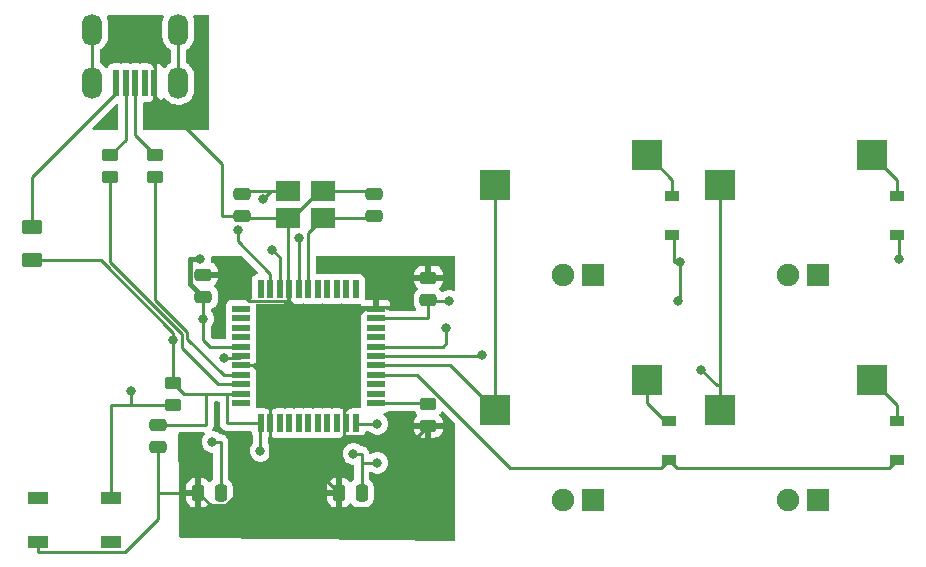
<source format=gbl>
%TF.GenerationSoftware,KiCad,Pcbnew,(6.0.0)*%
%TF.CreationDate,2022-02-08T12:16:45+05:30*%
%TF.ProjectId,keebk75pcb,6b656562-6b37-4357-9063-622e6b696361,rev?*%
%TF.SameCoordinates,Original*%
%TF.FileFunction,Copper,L2,Bot*%
%TF.FilePolarity,Positive*%
%FSLAX46Y46*%
G04 Gerber Fmt 4.6, Leading zero omitted, Abs format (unit mm)*
G04 Created by KiCad (PCBNEW (6.0.0)) date 2022-02-08 12:16:45*
%MOMM*%
%LPD*%
G01*
G04 APERTURE LIST*
G04 Aperture macros list*
%AMRoundRect*
0 Rectangle with rounded corners*
0 $1 Rounding radius*
0 $2 $3 $4 $5 $6 $7 $8 $9 X,Y pos of 4 corners*
0 Add a 4 corners polygon primitive as box body*
4,1,4,$2,$3,$4,$5,$6,$7,$8,$9,$2,$3,0*
0 Add four circle primitives for the rounded corners*
1,1,$1+$1,$2,$3*
1,1,$1+$1,$4,$5*
1,1,$1+$1,$6,$7*
1,1,$1+$1,$8,$9*
0 Add four rect primitives between the rounded corners*
20,1,$1+$1,$2,$3,$4,$5,0*
20,1,$1+$1,$4,$5,$6,$7,0*
20,1,$1+$1,$6,$7,$8,$9,0*
20,1,$1+$1,$8,$9,$2,$3,0*%
G04 Aperture macros list end*
%TA.AperFunction,SMDPad,CuDef*%
%ADD10R,0.500000X2.250000*%
%TD*%
%TA.AperFunction,ComponentPad*%
%ADD11O,1.700000X2.700000*%
%TD*%
%TA.AperFunction,SMDPad,CuDef*%
%ADD12R,2.550000X2.500000*%
%TD*%
%TA.AperFunction,ComponentPad*%
%ADD13C,1.905000*%
%TD*%
%TA.AperFunction,ComponentPad*%
%ADD14R,1.905000X1.905000*%
%TD*%
%TA.AperFunction,SMDPad,CuDef*%
%ADD15R,1.200000X0.900000*%
%TD*%
%TA.AperFunction,SMDPad,CuDef*%
%ADD16R,2.100000X1.800000*%
%TD*%
%TA.AperFunction,SMDPad,CuDef*%
%ADD17RoundRect,0.250000X0.250000X0.475000X-0.250000X0.475000X-0.250000X-0.475000X0.250000X-0.475000X0*%
%TD*%
%TA.AperFunction,SMDPad,CuDef*%
%ADD18RoundRect,0.250000X-0.625000X0.375000X-0.625000X-0.375000X0.625000X-0.375000X0.625000X0.375000X0*%
%TD*%
%TA.AperFunction,SMDPad,CuDef*%
%ADD19RoundRect,0.250000X-0.475000X0.250000X-0.475000X-0.250000X0.475000X-0.250000X0.475000X0.250000X0*%
%TD*%
%TA.AperFunction,SMDPad,CuDef*%
%ADD20R,1.500000X0.550000*%
%TD*%
%TA.AperFunction,SMDPad,CuDef*%
%ADD21R,0.550000X1.500000*%
%TD*%
%TA.AperFunction,SMDPad,CuDef*%
%ADD22RoundRect,0.250000X-0.450000X0.262500X-0.450000X-0.262500X0.450000X-0.262500X0.450000X0.262500X0*%
%TD*%
%TA.AperFunction,SMDPad,CuDef*%
%ADD23RoundRect,0.250000X0.475000X-0.250000X0.475000X0.250000X-0.475000X0.250000X-0.475000X-0.250000X0*%
%TD*%
%TA.AperFunction,SMDPad,CuDef*%
%ADD24R,1.800000X1.100000*%
%TD*%
%TA.AperFunction,ViaPad*%
%ADD25C,0.800000*%
%TD*%
%TA.AperFunction,Conductor*%
%ADD26C,0.254000*%
%TD*%
%TA.AperFunction,Conductor*%
%ADD27C,0.381000*%
%TD*%
G04 APERTURE END LIST*
D10*
%TO.P,USB1,1,GND*%
%TO.N,GND*%
X46631182Y-106508400D03*
%TO.P,USB1,2,ID*%
%TO.N,unconnected-(USB1-Pad2)*%
X45831182Y-106508400D03*
%TO.P,USB1,3,D+*%
%TO.N,D+*%
X45031182Y-106508400D03*
%TO.P,USB1,4,D-*%
%TO.N,D-*%
X44231182Y-106508400D03*
%TO.P,USB1,5,VBUS*%
%TO.N,/VCC*%
X43431182Y-106508400D03*
D11*
%TO.P,USB1,6,SHIELD*%
%TO.N,unconnected-(USB1-Pad6)*%
X41381182Y-106508400D03*
X48681182Y-106508400D03*
X48681182Y-102008400D03*
X41381182Y-102008400D03*
%TD*%
D12*
%TO.P,MX2,1,COL*%
%TO.N,Col1*%
X94521248Y-115185000D03*
%TO.P,MX2,2,ROW*%
%TO.N,Net-(D3-Pad2)*%
X107448248Y-112645000D03*
D13*
%TO.P,MX2,3,LED*%
%TO.N,unconnected-(MX2-Pad3)*%
X100336248Y-122805000D03*
D14*
%TO.P,MX2,4,LEDGND*%
%TO.N,unconnected-(MX2-Pad4)*%
X102876248Y-122805000D03*
%TD*%
D12*
%TO.P,MX1,1,COL*%
%TO.N,Col0*%
X75471248Y-115185000D03*
%TO.P,MX1,2,ROW*%
%TO.N,Net-(D2-Pad2)*%
X88398248Y-112645000D03*
D13*
%TO.P,MX1,3,LED*%
%TO.N,unconnected-(MX1-Pad3)*%
X81286248Y-122805000D03*
D14*
%TO.P,MX1,4,LEDGND*%
%TO.N,unconnected-(MX1-Pad4)*%
X83826248Y-122805000D03*
%TD*%
D12*
%TO.P,MX4,1,COL*%
%TO.N,Col1*%
X94521248Y-134235000D03*
%TO.P,MX4,2,ROW*%
%TO.N,Net-(D4-Pad2)*%
X107448248Y-131695000D03*
D13*
%TO.P,MX4,3,LED*%
%TO.N,unconnected-(MX4-Pad3)*%
X100336248Y-141855000D03*
D14*
%TO.P,MX4,4,LEDGND*%
%TO.N,unconnected-(MX4-Pad4)*%
X102876248Y-141855000D03*
%TD*%
D12*
%TO.P,MX3,1,COL*%
%TO.N,Col0*%
X75454775Y-134210578D03*
%TO.P,MX3,2,ROW*%
%TO.N,Net-(D1-Pad2)*%
X88381775Y-131670578D03*
D13*
%TO.P,MX3,3,LED*%
%TO.N,unconnected-(MX3-Pad3)*%
X81269775Y-141830578D03*
D14*
%TO.P,MX3,4,LEDGND*%
%TO.N,unconnected-(MX3-Pad4)*%
X83809775Y-141830578D03*
%TD*%
D15*
%TO.P,D3,1,K*%
%TO.N,Row0*%
X109543748Y-119375000D03*
%TO.P,D3,2,A*%
%TO.N,Net-(D3-Pad2)*%
X109543748Y-116075000D03*
%TD*%
D16*
%TO.P,Y1,1,1*%
%TO.N,Net-(C2-Pad2)*%
X60886000Y-117990000D03*
%TO.P,Y1,2,2*%
%TO.N,GND*%
X57986000Y-117990000D03*
%TO.P,Y1,3,3*%
%TO.N,Net-(C3-Pad2)*%
X57986000Y-115690000D03*
%TO.P,Y1,4,4*%
%TO.N,GND*%
X60886000Y-115690000D03*
%TD*%
D17*
%TO.P,C4,1*%
%TO.N,+5V*%
X64196000Y-141224000D03*
%TO.P,C4,2*%
%TO.N,GND*%
X62296000Y-141224000D03*
%TD*%
%TO.P,C7,1*%
%TO.N,Net-(C7-Pad1)*%
X52258000Y-141224000D03*
%TO.P,C7,2*%
%TO.N,GND*%
X50358000Y-141224000D03*
%TD*%
D18*
%TO.P,F1,1*%
%TO.N,/VCC*%
X36322000Y-118742000D03*
%TO.P,F1,2*%
%TO.N,+5V*%
X36322000Y-121542000D03*
%TD*%
D19*
%TO.P,C2,1*%
%TO.N,GND*%
X65278000Y-115890000D03*
%TO.P,C2,2*%
%TO.N,Net-(C2-Pad2)*%
X65278000Y-117790000D03*
%TD*%
D15*
%TO.P,D2,1,K*%
%TO.N,Row0*%
X90493748Y-119375000D03*
%TO.P,D2,2,A*%
%TO.N,Net-(D2-Pad2)*%
X90493748Y-116075000D03*
%TD*%
D20*
%TO.P,U1,1,PE6*%
%TO.N,unconnected-(U1-Pad1)*%
X53981248Y-133643750D03*
%TO.P,U1,2,UVCC*%
%TO.N,+5V*%
X53981248Y-132843750D03*
%TO.P,U1,3,D-*%
%TO.N,Net-(R1-Pad2)*%
X53981248Y-132043750D03*
%TO.P,U1,4,D+*%
%TO.N,Net-(R2-Pad2)*%
X53981248Y-131243750D03*
%TO.P,U1,5,UGND*%
%TO.N,GND*%
X53981248Y-130443750D03*
%TO.P,U1,6,UCAP*%
%TO.N,Net-(C7-Pad1)*%
X53981248Y-129643750D03*
%TO.P,U1,7,VBUS*%
%TO.N,+5V*%
X53981248Y-128843750D03*
%TO.P,U1,8,PB0*%
%TO.N,unconnected-(U1-Pad8)*%
X53981248Y-128043750D03*
%TO.P,U1,9,PB1*%
%TO.N,unconnected-(U1-Pad9)*%
X53981248Y-127243750D03*
%TO.P,U1,10,PB2*%
%TO.N,unconnected-(U1-Pad10)*%
X53981248Y-126443750D03*
%TO.P,U1,11,PB3*%
%TO.N,unconnected-(U1-Pad11)*%
X53981248Y-125643750D03*
D21*
%TO.P,U1,12,PB7*%
%TO.N,unconnected-(U1-Pad12)*%
X55681248Y-123943750D03*
%TO.P,U1,13,~{RESET}*%
%TO.N,Net-(R3-Pad2)*%
X56481248Y-123943750D03*
%TO.P,U1,14,VCC*%
%TO.N,+5V*%
X57281248Y-123943750D03*
%TO.P,U1,15,GND*%
%TO.N,GND*%
X58081248Y-123943750D03*
%TO.P,U1,16,XTAL2*%
%TO.N,Net-(C3-Pad2)*%
X58881248Y-123943750D03*
%TO.P,U1,17,XTAL1*%
%TO.N,Net-(C2-Pad2)*%
X59681248Y-123943750D03*
%TO.P,U1,18,PD0*%
%TO.N,unconnected-(U1-Pad18)*%
X60481248Y-123943750D03*
%TO.P,U1,19,PD1*%
%TO.N,unconnected-(U1-Pad19)*%
X61281248Y-123943750D03*
%TO.P,U1,20,PD2*%
%TO.N,unconnected-(U1-Pad20)*%
X62081248Y-123943750D03*
%TO.P,U1,21,PD3*%
%TO.N,unconnected-(U1-Pad21)*%
X62881248Y-123943750D03*
%TO.P,U1,22,PD5*%
%TO.N,unconnected-(U1-Pad22)*%
X63681248Y-123943750D03*
D20*
%TO.P,U1,23,GND*%
%TO.N,GND*%
X65381248Y-125643750D03*
%TO.P,U1,24,AVCC*%
%TO.N,+5V*%
X65381248Y-126443750D03*
%TO.P,U1,25,PD4*%
%TO.N,unconnected-(U1-Pad25)*%
X65381248Y-127243750D03*
%TO.P,U1,26,PD6*%
%TO.N,unconnected-(U1-Pad26)*%
X65381248Y-128043750D03*
%TO.P,U1,27,PD7*%
%TO.N,Row0*%
X65381248Y-128843750D03*
%TO.P,U1,28,PB4*%
%TO.N,Col1*%
X65381248Y-129643750D03*
%TO.P,U1,29,PB5*%
%TO.N,Col0*%
X65381248Y-130443750D03*
%TO.P,U1,30,PB6*%
%TO.N,Row1*%
X65381248Y-131243750D03*
%TO.P,U1,31,PC6*%
%TO.N,unconnected-(U1-Pad31)*%
X65381248Y-132043750D03*
%TO.P,U1,32,PC7*%
%TO.N,unconnected-(U1-Pad32)*%
X65381248Y-132843750D03*
%TO.P,U1,33,~{HWB}/PE2*%
%TO.N,Net-(R4-Pad1)*%
X65381248Y-133643750D03*
D21*
%TO.P,U1,34,VCC*%
%TO.N,+5V*%
X63681248Y-135343750D03*
%TO.P,U1,35,GND*%
%TO.N,GND*%
X62881248Y-135343750D03*
%TO.P,U1,36,PF7*%
%TO.N,unconnected-(U1-Pad36)*%
X62081248Y-135343750D03*
%TO.P,U1,37,PF6*%
%TO.N,unconnected-(U1-Pad37)*%
X61281248Y-135343750D03*
%TO.P,U1,38,PF5*%
%TO.N,unconnected-(U1-Pad38)*%
X60481248Y-135343750D03*
%TO.P,U1,39,PF4*%
%TO.N,unconnected-(U1-Pad39)*%
X59681248Y-135343750D03*
%TO.P,U1,40,PF1*%
%TO.N,unconnected-(U1-Pad40)*%
X58881248Y-135343750D03*
%TO.P,U1,41,PF0*%
%TO.N,unconnected-(U1-Pad41)*%
X58081248Y-135343750D03*
%TO.P,U1,42,AREF*%
%TO.N,unconnected-(U1-Pad42)*%
X57281248Y-135343750D03*
%TO.P,U1,43,GND*%
%TO.N,GND*%
X56481248Y-135343750D03*
%TO.P,U1,44,AVCC*%
%TO.N,+5V*%
X55681248Y-135343750D03*
%TD*%
D22*
%TO.P,R2,1*%
%TO.N,D+*%
X46736000Y-112625500D03*
%TO.P,R2,2*%
%TO.N,Net-(R2-Pad2)*%
X46736000Y-114450500D03*
%TD*%
%TO.P,R1,1*%
%TO.N,D-*%
X42926000Y-112625500D03*
%TO.P,R1,2*%
%TO.N,Net-(R1-Pad2)*%
X42926000Y-114450500D03*
%TD*%
D15*
%TO.P,D4,1,K*%
%TO.N,Row1*%
X109543748Y-138425000D03*
%TO.P,D4,2,A*%
%TO.N,Net-(D4-Pad2)*%
X109543748Y-135125000D03*
%TD*%
D23*
%TO.P,C1,1*%
%TO.N,+5V*%
X69850000Y-124902000D03*
%TO.P,C1,2*%
%TO.N,GND*%
X69850000Y-123002000D03*
%TD*%
%TO.P,C3,1*%
%TO.N,GND*%
X54102000Y-117790000D03*
%TO.P,C3,2*%
%TO.N,Net-(C3-Pad2)*%
X54102000Y-115890000D03*
%TD*%
D19*
%TO.P,C5,1*%
%TO.N,+5V*%
X46990000Y-135448000D03*
%TO.P,C5,2*%
%TO.N,GND*%
X46990000Y-137348000D03*
%TD*%
D22*
%TO.P,R3,1*%
%TO.N,+5V*%
X48260000Y-131929500D03*
%TO.P,R3,2*%
%TO.N,Net-(R3-Pad2)*%
X48260000Y-133754500D03*
%TD*%
D15*
%TO.P,D1,1,K*%
%TO.N,Row1*%
X90206346Y-138425000D03*
%TO.P,D1,2,A*%
%TO.N,Net-(D1-Pad2)*%
X90206346Y-135125000D03*
%TD*%
D22*
%TO.P,R4,1*%
%TO.N,Net-(R4-Pad1)*%
X69850000Y-133707500D03*
%TO.P,R4,2*%
%TO.N,GND*%
X69850000Y-135532500D03*
%TD*%
D23*
%TO.P,C6,1*%
%TO.N,+5V*%
X50800000Y-124648000D03*
%TO.P,C6,2*%
%TO.N,GND*%
X50800000Y-122748000D03*
%TD*%
D24*
%TO.P,SW1,1,1*%
%TO.N,GND*%
X36778000Y-145360000D03*
%TO.P,SW1,2,2*%
%TO.N,Net-(R3-Pad2)*%
X42978000Y-141660000D03*
%TO.P,SW1,3*%
%TO.N,N/C*%
X36778000Y-141660000D03*
%TO.P,SW1,4*%
X42978000Y-145360000D03*
%TD*%
D25*
%TO.N,Col1*%
X74422000Y-129540000D03*
X92964000Y-130810000D03*
%TO.N,Row0*%
X109728000Y-121412000D03*
X91186000Y-121666000D03*
X90994067Y-124956681D03*
X71374000Y-127254000D03*
%TO.N,+5V*%
X50800000Y-126492000D03*
X65532000Y-138684000D03*
X65532000Y-135382000D03*
X48260000Y-128270000D03*
X63500000Y-137922000D03*
X71628000Y-124968000D03*
X55626000Y-137668000D03*
X56642000Y-120650000D03*
X50546000Y-121412000D03*
%TO.N,Net-(C3-Pad2)*%
X58928000Y-119634000D03*
X55880000Y-116332000D03*
%TO.N,Net-(C7-Pad1)*%
X51562000Y-136906000D03*
X52578000Y-129794000D03*
%TO.N,Net-(R3-Pad2)*%
X44704000Y-132588000D03*
X53738500Y-119000277D03*
%TD*%
D26*
%TO.N,unconnected-(USB1-Pad6)*%
X41381182Y-106508400D02*
X41381182Y-102008400D01*
X48681182Y-102008400D02*
X48681182Y-106508400D01*
%TO.N,Row0*%
X91186000Y-124764748D02*
X91186000Y-121666000D01*
X90982748Y-124968000D02*
X91186000Y-124764748D01*
X71374000Y-128524000D02*
X71374000Y-127254000D01*
X71054250Y-128843750D02*
X71374000Y-128524000D01*
X65381248Y-128843750D02*
X71054250Y-128843750D01*
%TO.N,Col1*%
X74318250Y-129643750D02*
X74422000Y-129540000D01*
X65381248Y-129643750D02*
X74318250Y-129643750D01*
X92964000Y-130810000D02*
X94267248Y-132113248D01*
X94267248Y-132113248D02*
X94521248Y-132113248D01*
X94521248Y-115185000D02*
X94521248Y-134235000D01*
%TO.N,Col0*%
X71687947Y-130443750D02*
X75454775Y-134210578D01*
X65381248Y-130443750D02*
X71687947Y-130443750D01*
%TO.N,Row1*%
X76791321Y-139120999D02*
X89510347Y-139120999D01*
X68914072Y-131243750D02*
X76791321Y-139120999D01*
X65381248Y-131243750D02*
X68914072Y-131243750D01*
X89510347Y-139120999D02*
X90206346Y-138425000D01*
%TO.N,Row0*%
X109728000Y-121412000D02*
X109728000Y-119559252D01*
X90678000Y-121666000D02*
X91186000Y-121666000D01*
X90678000Y-119559252D02*
X90678000Y-121666000D01*
%TO.N,+5V*%
X69850000Y-126443750D02*
X65381248Y-126443750D01*
X48260000Y-128270000D02*
X48260000Y-131929500D01*
X50800000Y-124648000D02*
X50800000Y-126492000D01*
X36322000Y-121542000D02*
X42118728Y-121542000D01*
X51052250Y-132843750D02*
X52833750Y-132843750D01*
X50800000Y-126492000D02*
X50800000Y-128299150D01*
X55626000Y-137668000D02*
X55626000Y-135398998D01*
X64196000Y-138684000D02*
X64196000Y-137922000D01*
X71628000Y-124968000D02*
X69916000Y-124968000D01*
X48260000Y-131929500D02*
X49174250Y-132843750D01*
X57281248Y-123943750D02*
X57281248Y-121289248D01*
X69850000Y-124902000D02*
X69850000Y-126443750D01*
X51344600Y-128843750D02*
X53981248Y-128843750D01*
X65532000Y-135382000D02*
X63719498Y-135382000D01*
X64196000Y-137922000D02*
X63500000Y-137922000D01*
X64196000Y-141224000D02*
X64196000Y-138684000D01*
X50800000Y-128299150D02*
X51344600Y-128843750D01*
X52833750Y-132843750D02*
X53981248Y-132843750D01*
D27*
X49684980Y-121412000D02*
X50546000Y-121412000D01*
D26*
X55681248Y-135343750D02*
X52833750Y-135343750D01*
X48260000Y-127683272D02*
X48260000Y-128270000D01*
D27*
X49684980Y-123532980D02*
X49684980Y-121412000D01*
D26*
X49174250Y-132843750D02*
X51052250Y-132843750D01*
D27*
X50800000Y-124648000D02*
X49684980Y-123532980D01*
D26*
X51052250Y-135448000D02*
X51052250Y-132843750D01*
X64196000Y-138684000D02*
X65532000Y-138684000D01*
X46990000Y-135448000D02*
X51052250Y-135448000D01*
X57281248Y-121289248D02*
X56642000Y-120650000D01*
X42118728Y-121542000D02*
X48260000Y-127683272D01*
X52833750Y-135343750D02*
X52833750Y-132843750D01*
%TO.N,GND*%
X62881248Y-127139750D02*
X63006499Y-127014499D01*
X64377248Y-125643750D02*
X65381248Y-125643750D01*
X60886000Y-115690000D02*
X65078000Y-115690000D01*
X52390000Y-122748000D02*
X54662261Y-125020261D01*
X44204511Y-146236511D02*
X36778000Y-146236511D01*
X56481248Y-138541074D02*
X56481248Y-135343750D01*
X58081248Y-124947750D02*
X58081248Y-123943750D01*
X52390000Y-122748000D02*
X50800000Y-122748000D01*
X69850000Y-135532500D02*
X68962239Y-136420261D01*
X63006499Y-127014499D02*
X64377248Y-125643750D01*
X62682759Y-134267239D02*
X62992000Y-133957998D01*
X62992000Y-133957998D02*
X62992000Y-132050502D01*
X54662261Y-125020261D02*
X57986000Y-125020261D01*
X53981248Y-130443750D02*
X54985248Y-130443750D01*
X46736000Y-107696000D02*
X46631182Y-107696000D01*
X54302000Y-117990000D02*
X57986000Y-117990000D01*
X50358000Y-141224000D02*
X51409520Y-142275520D01*
X46990000Y-141224000D02*
X50358000Y-141224000D01*
X62881248Y-131939750D02*
X62881248Y-127139750D01*
X46990000Y-137348000D02*
X46990000Y-143451022D01*
X46990000Y-143451022D02*
X44204511Y-146236511D01*
X52390000Y-113350000D02*
X52390000Y-117790000D01*
X52746802Y-142275520D02*
X56481248Y-138541074D01*
X52390000Y-117790000D02*
X54102000Y-117790000D01*
X68962239Y-136420261D02*
X62715739Y-136420261D01*
X62682759Y-136420261D02*
X62682759Y-134267239D01*
X54985248Y-130443750D02*
X56481248Y-131939750D01*
X58282978Y-117990000D02*
X60582978Y-115690000D01*
X62992000Y-132050502D02*
X62881248Y-131939750D01*
X46631182Y-107696000D02*
X46631182Y-106508400D01*
X36778000Y-146236511D02*
X36778000Y-145360000D01*
X69850000Y-123002000D02*
X65381248Y-123002000D01*
X61214000Y-140142000D02*
X61214000Y-137889020D01*
X63006499Y-127014499D02*
X60147997Y-127014499D01*
X51409520Y-142275520D02*
X52746802Y-142275520D01*
X57986000Y-117990000D02*
X57986000Y-125020261D01*
X52390000Y-113350000D02*
X46736000Y-107696000D01*
X61214000Y-137889020D02*
X62682759Y-136420261D01*
X60147997Y-127014499D02*
X58081248Y-124947750D01*
X65381248Y-123002000D02*
X65381248Y-125643750D01*
X62296000Y-141224000D02*
X61214000Y-140142000D01*
X62881248Y-131939750D02*
X56481248Y-131939750D01*
X56481248Y-131939750D02*
X56481248Y-135343750D01*
%TO.N,Net-(C2-Pad2)*%
X60886000Y-117990000D02*
X65078000Y-117990000D01*
X60886000Y-117990000D02*
X59681248Y-119194752D01*
X59681248Y-119194752D02*
X59681248Y-123943750D01*
%TO.N,Net-(C3-Pad2)*%
X56522000Y-115690000D02*
X55880000Y-116332000D01*
X58881248Y-123943750D02*
X58881248Y-119680752D01*
X58881248Y-119680752D02*
X58928000Y-119634000D01*
X54302000Y-115690000D02*
X57986000Y-115690000D01*
%TO.N,Net-(C7-Pad1)*%
X52578000Y-129794000D02*
X53830998Y-129794000D01*
X53830998Y-129794000D02*
X53981248Y-129643750D01*
X52258000Y-136906000D02*
X52258000Y-141224000D01*
X51562000Y-136906000D02*
X52258000Y-136906000D01*
%TO.N,Row1*%
X108823327Y-139145421D02*
X109543748Y-138425000D01*
X90926767Y-139145421D02*
X108823327Y-139145421D01*
X90206346Y-138425000D02*
X90926767Y-139145421D01*
%TO.N,Net-(D1-Pad2)*%
X88381775Y-133590775D02*
X89916000Y-135125000D01*
X88381775Y-131670578D02*
X88381775Y-133590775D01*
%TO.N,Net-(D2-Pad2)*%
X88423248Y-112645000D02*
X90493748Y-114715500D01*
X90493748Y-114715500D02*
X90493748Y-116075000D01*
%TO.N,Net-(D3-Pad2)*%
X107448248Y-112645000D02*
X109543748Y-114740500D01*
X109543748Y-114740500D02*
X109543748Y-116075000D01*
%TO.N,Net-(D4-Pad2)*%
X109543748Y-133790500D02*
X109543748Y-135125000D01*
X107448248Y-131695000D02*
X109543748Y-133790500D01*
%TO.N,/VCC*%
X43431182Y-107383400D02*
X36322000Y-114492582D01*
X36322000Y-114492582D02*
X36322000Y-118742000D01*
%TO.N,Col0*%
X75471248Y-115185000D02*
X75471248Y-134194105D01*
%TO.N,D-*%
X44231182Y-111320318D02*
X42926000Y-112625500D01*
X44231182Y-106508400D02*
X44231182Y-111320318D01*
%TO.N,Net-(R1-Pad2)*%
X42926000Y-121707898D02*
X48986511Y-127768409D01*
X48986511Y-127768409D02*
X48986511Y-128996511D01*
X52033750Y-132043750D02*
X53981248Y-132043750D01*
X42926000Y-114450500D02*
X42926000Y-121707898D01*
X48986511Y-128996511D02*
X52033750Y-132043750D01*
%TO.N,D+*%
X45031182Y-110920682D02*
X46736000Y-112625500D01*
X45031182Y-106508400D02*
X45031182Y-110920682D01*
%TO.N,Net-(R2-Pad2)*%
X49440031Y-128180031D02*
X52503750Y-131243750D01*
X46736000Y-124876524D02*
X49440031Y-127580555D01*
X52503750Y-131243750D02*
X53981248Y-131243750D01*
X46736000Y-114450500D02*
X46736000Y-124876524D01*
X49440031Y-127580555D02*
X49440031Y-128180031D01*
%TO.N,Net-(R3-Pad2)*%
X56481248Y-122682000D02*
X53738500Y-119939252D01*
X56481248Y-123943750D02*
X56481248Y-122682000D01*
X42978000Y-133754500D02*
X42978000Y-141660000D01*
X42978000Y-133754500D02*
X48260000Y-133754500D01*
X53738500Y-119939252D02*
X53738500Y-119000277D01*
X44704000Y-132588000D02*
X44704000Y-133754500D01*
%TO.N,Net-(R4-Pad1)*%
X69786250Y-133643750D02*
X65381248Y-133643750D01*
%TD*%
%TA.AperFunction,Conductor*%
%TO.N,GND*%
G36*
X47392108Y-100790502D02*
G01*
X47438601Y-100844158D01*
X47448705Y-100914432D01*
X47442426Y-100939491D01*
X47400307Y-101055528D01*
X47364845Y-101153225D01*
X47363896Y-101158474D01*
X47363895Y-101158477D01*
X47324559Y-101376008D01*
X47324558Y-101376015D01*
X47323821Y-101380092D01*
X47322682Y-101404244D01*
X47322682Y-102566290D01*
X47337262Y-102738120D01*
X47338600Y-102743275D01*
X47338601Y-102743281D01*
X47393839Y-102956103D01*
X47395181Y-102961272D01*
X47489870Y-103171475D01*
X47618623Y-103362719D01*
X47777758Y-103529535D01*
X47962724Y-103667154D01*
X47967475Y-103669570D01*
X47967479Y-103669572D01*
X47976787Y-103674304D01*
X48028445Y-103723007D01*
X48045682Y-103786621D01*
X48045682Y-104734018D01*
X48025680Y-104802139D01*
X47985049Y-104841736D01*
X47877865Y-104906777D01*
X47873835Y-104910274D01*
X47738541Y-105027676D01*
X47703737Y-105057877D01*
X47700350Y-105062008D01*
X47566505Y-105225243D01*
X47507845Y-105265238D01*
X47436875Y-105267169D01*
X47376127Y-105230425D01*
X47351089Y-105189581D01*
X47334507Y-105145348D01*
X47325968Y-105129751D01*
X47249467Y-105027676D01*
X47236906Y-105015115D01*
X47134831Y-104938614D01*
X47119236Y-104930076D01*
X46998788Y-104884922D01*
X46983533Y-104881295D01*
X46932668Y-104875769D01*
X46925854Y-104875400D01*
X46899297Y-104875400D01*
X46884058Y-104879875D01*
X46882853Y-104881265D01*
X46881182Y-104888948D01*
X46881182Y-108123284D01*
X46885657Y-108138523D01*
X46887047Y-108139728D01*
X46894730Y-108141399D01*
X46925851Y-108141399D01*
X46932672Y-108141029D01*
X46983534Y-108135505D01*
X46998786Y-108131879D01*
X47119236Y-108086724D01*
X47134831Y-108078186D01*
X47236906Y-108001685D01*
X47249467Y-107989124D01*
X47325968Y-107887049D01*
X47334506Y-107871454D01*
X47352354Y-107823846D01*
X47394996Y-107767081D01*
X47461558Y-107742382D01*
X47530907Y-107757590D01*
X47574856Y-107797709D01*
X47615643Y-107858292D01*
X47618623Y-107862719D01*
X47622302Y-107866576D01*
X47622304Y-107866578D01*
X47688469Y-107935936D01*
X47777758Y-108029535D01*
X47962724Y-108167154D01*
X47967475Y-108169570D01*
X47967479Y-108169572D01*
X48065479Y-108219397D01*
X48168233Y-108271640D01*
X48173327Y-108273222D01*
X48173330Y-108273223D01*
X48364967Y-108332728D01*
X48388409Y-108340007D01*
X48393698Y-108340708D01*
X48611671Y-108369598D01*
X48611676Y-108369598D01*
X48616956Y-108370298D01*
X48622285Y-108370098D01*
X48622287Y-108370098D01*
X48732148Y-108365974D01*
X48847340Y-108361649D01*
X49072973Y-108314307D01*
X49077932Y-108312349D01*
X49077934Y-108312348D01*
X49282438Y-108231585D01*
X49282440Y-108231584D01*
X49287403Y-108229624D01*
X49386366Y-108169572D01*
X49479939Y-108112790D01*
X49479938Y-108112790D01*
X49484499Y-108110023D01*
X49566370Y-108038979D01*
X49654594Y-107962423D01*
X49654596Y-107962421D01*
X49658627Y-107958923D01*
X49730347Y-107871454D01*
X49801422Y-107784773D01*
X49801426Y-107784767D01*
X49804806Y-107780645D01*
X49821616Y-107751115D01*
X49916214Y-107584929D01*
X49918857Y-107580286D01*
X49997519Y-107363575D01*
X50020205Y-107238120D01*
X50037805Y-107140792D01*
X50037806Y-107140785D01*
X50038543Y-107136708D01*
X50039682Y-107112556D01*
X50039682Y-105950510D01*
X50025102Y-105778680D01*
X50023764Y-105773525D01*
X50023763Y-105773519D01*
X49968525Y-105560697D01*
X49968524Y-105560693D01*
X49967183Y-105555528D01*
X49872494Y-105345325D01*
X49743741Y-105154081D01*
X49735177Y-105145103D01*
X49623156Y-105027676D01*
X49584606Y-104987265D01*
X49539452Y-104953669D01*
X49447741Y-104885434D01*
X49399640Y-104849646D01*
X49394889Y-104847230D01*
X49394885Y-104847228D01*
X49385577Y-104842496D01*
X49333919Y-104793793D01*
X49316682Y-104730179D01*
X49316682Y-103782782D01*
X49336684Y-103714661D01*
X49377315Y-103675064D01*
X49484499Y-103610023D01*
X49553798Y-103549889D01*
X49654594Y-103462423D01*
X49654596Y-103462421D01*
X49658627Y-103458923D01*
X49692698Y-103417370D01*
X49801422Y-103284773D01*
X49801426Y-103284767D01*
X49804806Y-103280645D01*
X49918857Y-103080286D01*
X49997519Y-102863575D01*
X50020205Y-102738120D01*
X50037805Y-102640792D01*
X50037806Y-102640785D01*
X50038543Y-102636708D01*
X50039682Y-102612556D01*
X50039682Y-101450510D01*
X50025102Y-101278680D01*
X50023764Y-101273525D01*
X50023763Y-101273519D01*
X49968525Y-101060697D01*
X49968524Y-101060693D01*
X49967183Y-101055528D01*
X49918858Y-100948250D01*
X49909117Y-100877925D01*
X49938942Y-100813497D01*
X49998866Y-100775422D01*
X50033740Y-100770500D01*
X51182000Y-100770500D01*
X51250121Y-100790502D01*
X51296614Y-100844158D01*
X51308000Y-100896500D01*
X51308000Y-110364000D01*
X51287998Y-110432121D01*
X51234342Y-110478614D01*
X51182000Y-110490000D01*
X45792682Y-110490000D01*
X45724561Y-110469998D01*
X45678068Y-110416342D01*
X45666682Y-110364000D01*
X45666682Y-108267900D01*
X45686684Y-108199779D01*
X45740340Y-108153286D01*
X45792682Y-108141900D01*
X46129316Y-108141900D01*
X46191498Y-108135145D01*
X46198898Y-108132371D01*
X46203124Y-108131366D01*
X46261421Y-108131366D01*
X46278828Y-108135505D01*
X46329696Y-108141031D01*
X46336510Y-108141400D01*
X46363067Y-108141400D01*
X46378306Y-108136925D01*
X46379511Y-108135535D01*
X46381182Y-108127852D01*
X46381182Y-108107100D01*
X46401184Y-108038979D01*
X46431618Y-108006273D01*
X46437260Y-108002045D01*
X46437263Y-108002042D01*
X46444443Y-107996661D01*
X46449824Y-107989481D01*
X46449827Y-107989478D01*
X46526411Y-107887291D01*
X46531797Y-107880105D01*
X46582927Y-107743716D01*
X46589682Y-107681534D01*
X46589682Y-105335266D01*
X46582927Y-105273084D01*
X46531797Y-105136695D01*
X46450092Y-105027676D01*
X46449827Y-105027322D01*
X46449824Y-105027319D01*
X46444443Y-105020139D01*
X46437263Y-105014758D01*
X46437260Y-105014755D01*
X46431618Y-105010527D01*
X46389103Y-104953669D01*
X46381182Y-104909700D01*
X46381182Y-104893516D01*
X46376707Y-104878277D01*
X46375317Y-104877072D01*
X46367634Y-104875401D01*
X46336513Y-104875401D01*
X46329692Y-104875771D01*
X46278833Y-104881295D01*
X46261418Y-104885435D01*
X46203124Y-104885434D01*
X46198898Y-104884429D01*
X46191498Y-104881655D01*
X46129316Y-104874900D01*
X45533048Y-104874900D01*
X45470866Y-104881655D01*
X45463467Y-104884429D01*
X45460328Y-104885175D01*
X45402036Y-104885175D01*
X45398897Y-104884429D01*
X45391498Y-104881655D01*
X45329316Y-104874900D01*
X44733048Y-104874900D01*
X44670866Y-104881655D01*
X44663467Y-104884429D01*
X44660328Y-104885175D01*
X44602036Y-104885175D01*
X44598897Y-104884429D01*
X44591498Y-104881655D01*
X44529316Y-104874900D01*
X43933048Y-104874900D01*
X43870866Y-104881655D01*
X43863467Y-104884429D01*
X43860328Y-104885175D01*
X43802036Y-104885175D01*
X43798897Y-104884429D01*
X43791498Y-104881655D01*
X43729316Y-104874900D01*
X43133048Y-104874900D01*
X43070866Y-104881655D01*
X42934477Y-104932785D01*
X42817921Y-105020139D01*
X42730567Y-105136695D01*
X42727415Y-105145103D01*
X42709667Y-105192445D01*
X42667025Y-105249209D01*
X42600463Y-105273909D01*
X42531115Y-105258701D01*
X42487166Y-105218583D01*
X42443741Y-105154081D01*
X42435177Y-105145103D01*
X42323156Y-105027676D01*
X42284606Y-104987265D01*
X42239452Y-104953669D01*
X42147741Y-104885434D01*
X42099640Y-104849646D01*
X42094889Y-104847230D01*
X42094885Y-104847228D01*
X42085577Y-104842496D01*
X42033919Y-104793793D01*
X42016682Y-104730179D01*
X42016682Y-103782782D01*
X42036684Y-103714661D01*
X42077315Y-103675064D01*
X42184499Y-103610023D01*
X42253798Y-103549889D01*
X42354594Y-103462423D01*
X42354596Y-103462421D01*
X42358627Y-103458923D01*
X42392698Y-103417370D01*
X42501422Y-103284773D01*
X42501426Y-103284767D01*
X42504806Y-103280645D01*
X42618857Y-103080286D01*
X42697519Y-102863575D01*
X42720205Y-102738120D01*
X42737805Y-102640792D01*
X42737806Y-102640785D01*
X42738543Y-102636708D01*
X42739682Y-102612556D01*
X42739682Y-101450510D01*
X42725102Y-101278680D01*
X42723764Y-101273525D01*
X42723763Y-101273519D01*
X42668525Y-101060697D01*
X42668524Y-101060693D01*
X42667183Y-101055528D01*
X42618858Y-100948250D01*
X42609117Y-100877925D01*
X42638942Y-100813497D01*
X42698866Y-100775422D01*
X42733740Y-100770500D01*
X47323987Y-100770500D01*
X47392108Y-100790502D01*
G37*
%TD.AperFunction*%
%TD*%
%TA.AperFunction,Conductor*%
%TO.N,GND*%
G36*
X52140371Y-133499252D02*
G01*
X52186864Y-133552908D01*
X52198250Y-133605250D01*
X52198250Y-135271767D01*
X52196018Y-135295376D01*
X52195948Y-135295741D01*
X52195948Y-135295746D01*
X52194463Y-135303529D01*
X52198001Y-135359763D01*
X52198250Y-135367675D01*
X52198250Y-135383733D01*
X52198747Y-135387667D01*
X52198747Y-135387668D01*
X52200263Y-135399673D01*
X52201007Y-135407549D01*
X52202047Y-135424075D01*
X52204545Y-135463777D01*
X52206994Y-135471315D01*
X52206995Y-135471319D01*
X52207109Y-135471670D01*
X52212281Y-135494806D01*
X52212329Y-135495185D01*
X52212330Y-135495190D01*
X52213323Y-135503049D01*
X52216239Y-135510414D01*
X52216240Y-135510418D01*
X52234070Y-135555450D01*
X52236751Y-135562898D01*
X52254162Y-135616483D01*
X52258405Y-135623170D01*
X52258407Y-135623173D01*
X52258610Y-135623492D01*
X52269376Y-135644622D01*
X52272431Y-135652338D01*
X52289715Y-135676127D01*
X52305553Y-135697927D01*
X52310001Y-135704473D01*
X52335945Y-135745354D01*
X52335948Y-135745357D01*
X52340197Y-135752053D01*
X52346244Y-135757731D01*
X52361932Y-135775526D01*
X52366808Y-135782237D01*
X52410224Y-135818154D01*
X52416158Y-135823386D01*
X52436082Y-135842095D01*
X52457244Y-135861967D01*
X52464188Y-135865785D01*
X52464190Y-135865786D01*
X52464518Y-135865966D01*
X52484129Y-135879294D01*
X52484412Y-135879528D01*
X52484416Y-135879531D01*
X52490526Y-135884585D01*
X52526891Y-135901697D01*
X52541514Y-135908578D01*
X52548546Y-135912160D01*
X52597947Y-135939319D01*
X52605621Y-135941289D01*
X52605623Y-135941290D01*
X52605826Y-135941342D01*
X52605985Y-135941383D01*
X52628298Y-135949416D01*
X52628634Y-135949574D01*
X52628637Y-135949575D01*
X52635809Y-135952950D01*
X52643594Y-135954435D01*
X52643597Y-135954436D01*
X52691162Y-135963509D01*
X52698887Y-135965236D01*
X52722066Y-135971187D01*
X52753468Y-135979250D01*
X52761767Y-135979250D01*
X52785376Y-135981482D01*
X52785741Y-135981552D01*
X52785746Y-135981552D01*
X52793529Y-135983037D01*
X52849764Y-135979499D01*
X52857675Y-135979250D01*
X54771748Y-135979250D01*
X54839869Y-135999252D01*
X54886362Y-136052908D01*
X54897748Y-136105250D01*
X54897748Y-136141884D01*
X54904503Y-136204066D01*
X54955633Y-136340455D01*
X54961018Y-136347640D01*
X54961019Y-136347642D01*
X54965325Y-136353387D01*
X54990174Y-136419893D01*
X54990500Y-136428953D01*
X54990500Y-136967697D01*
X54970498Y-137035818D01*
X54958136Y-137052006D01*
X54886960Y-137131056D01*
X54883659Y-137136774D01*
X54796076Y-137288472D01*
X54791473Y-137296444D01*
X54732458Y-137478072D01*
X54731768Y-137484633D01*
X54731768Y-137484635D01*
X54718907Y-137606998D01*
X54712496Y-137668000D01*
X54713186Y-137674565D01*
X54727894Y-137814500D01*
X54732458Y-137857928D01*
X54791473Y-138039556D01*
X54886960Y-138204944D01*
X54891378Y-138209851D01*
X54891379Y-138209852D01*
X54978600Y-138306721D01*
X55014747Y-138346866D01*
X55169248Y-138459118D01*
X55175276Y-138461802D01*
X55175278Y-138461803D01*
X55247756Y-138494072D01*
X55343712Y-138536794D01*
X55437112Y-138556647D01*
X55524056Y-138575128D01*
X55524061Y-138575128D01*
X55530513Y-138576500D01*
X55721487Y-138576500D01*
X55727939Y-138575128D01*
X55727944Y-138575128D01*
X55814888Y-138556647D01*
X55908288Y-138536794D01*
X56004244Y-138494072D01*
X56076722Y-138461803D01*
X56076724Y-138461802D01*
X56082752Y-138459118D01*
X56237253Y-138346866D01*
X56273400Y-138306721D01*
X56360621Y-138209852D01*
X56360622Y-138209851D01*
X56365040Y-138204944D01*
X56460527Y-138039556D01*
X56519542Y-137857928D01*
X56524107Y-137814500D01*
X56538814Y-137674565D01*
X56539504Y-137668000D01*
X56533093Y-137606998D01*
X56520232Y-137484635D01*
X56520232Y-137484633D01*
X56519542Y-137478072D01*
X56460527Y-137296444D01*
X56455925Y-137288472D01*
X56368341Y-137136774D01*
X56365040Y-137131056D01*
X56293864Y-137052007D01*
X56263146Y-136988000D01*
X56261500Y-136967697D01*
X56261500Y-136563513D01*
X56281502Y-136495392D01*
X56306146Y-136468909D01*
X56305979Y-136468742D01*
X56310612Y-136464109D01*
X56311935Y-136462688D01*
X56319509Y-136457011D01*
X56380422Y-136375735D01*
X56437281Y-136333220D01*
X56508100Y-136328194D01*
X56570393Y-136362254D01*
X56582073Y-136375734D01*
X56642987Y-136457011D01*
X56650167Y-136462392D01*
X56650168Y-136462393D01*
X56684813Y-136488358D01*
X56727328Y-136545217D01*
X56732661Y-136574824D01*
X56739723Y-136598873D01*
X56741113Y-136600078D01*
X56748796Y-136601749D01*
X56800917Y-136601749D01*
X56807738Y-136601379D01*
X56866455Y-136595002D01*
X56866753Y-136597748D01*
X56895694Y-136597690D01*
X56895932Y-136595495D01*
X56950115Y-136601381D01*
X56958114Y-136602250D01*
X57604382Y-136602250D01*
X57612382Y-136601381D01*
X57666564Y-136595495D01*
X57666828Y-136597924D01*
X57695668Y-136597924D01*
X57695932Y-136595495D01*
X57750115Y-136601381D01*
X57758114Y-136602250D01*
X58404382Y-136602250D01*
X58412382Y-136601381D01*
X58466564Y-136595495D01*
X58466828Y-136597924D01*
X58495668Y-136597924D01*
X58495932Y-136595495D01*
X58550115Y-136601381D01*
X58558114Y-136602250D01*
X59204382Y-136602250D01*
X59212382Y-136601381D01*
X59266564Y-136595495D01*
X59266828Y-136597924D01*
X59295668Y-136597924D01*
X59295932Y-136595495D01*
X59350115Y-136601381D01*
X59358114Y-136602250D01*
X60004382Y-136602250D01*
X60012382Y-136601381D01*
X60066564Y-136595495D01*
X60066828Y-136597924D01*
X60095668Y-136597924D01*
X60095932Y-136595495D01*
X60150115Y-136601381D01*
X60158114Y-136602250D01*
X60804382Y-136602250D01*
X60812382Y-136601381D01*
X60866564Y-136595495D01*
X60866828Y-136597924D01*
X60895668Y-136597924D01*
X60895932Y-136595495D01*
X60950115Y-136601381D01*
X60958114Y-136602250D01*
X61604382Y-136602250D01*
X61612382Y-136601381D01*
X61666564Y-136595495D01*
X61666828Y-136597924D01*
X61695668Y-136597924D01*
X61695932Y-136595495D01*
X61750115Y-136601381D01*
X61758114Y-136602250D01*
X62404382Y-136602250D01*
X62412382Y-136601381D01*
X62466564Y-136595495D01*
X62466796Y-136597634D01*
X62495760Y-136597584D01*
X62496041Y-136595002D01*
X62554762Y-136601381D01*
X62561576Y-136601750D01*
X62609133Y-136601750D01*
X62624372Y-136597275D01*
X62625577Y-136595885D01*
X62630127Y-136574967D01*
X62631345Y-136575232D01*
X62647250Y-136521063D01*
X62677683Y-136488358D01*
X62712328Y-136462393D01*
X62712329Y-136462392D01*
X62719509Y-136457011D01*
X62780422Y-136375735D01*
X62837281Y-136333220D01*
X62908100Y-136328194D01*
X62970393Y-136362254D01*
X62982073Y-136375734D01*
X63042987Y-136457011D01*
X63050167Y-136462392D01*
X63050168Y-136462393D01*
X63084813Y-136488358D01*
X63127328Y-136545217D01*
X63132661Y-136574824D01*
X63139723Y-136598873D01*
X63141113Y-136600078D01*
X63148796Y-136601749D01*
X63200917Y-136601749D01*
X63207738Y-136601379D01*
X63266455Y-136595002D01*
X63266753Y-136597748D01*
X63295694Y-136597690D01*
X63295932Y-136595495D01*
X63350115Y-136601381D01*
X63358114Y-136602250D01*
X64004382Y-136602250D01*
X64066564Y-136595495D01*
X64202953Y-136544365D01*
X64319509Y-136457011D01*
X64406863Y-136340455D01*
X64457993Y-136204066D01*
X64464748Y-136141884D01*
X64464748Y-136138464D01*
X64464844Y-136136691D01*
X64488498Y-136069751D01*
X64544588Y-136026225D01*
X64590660Y-136017500D01*
X64825601Y-136017500D01*
X64893722Y-136037502D01*
X64910908Y-136052109D01*
X64911420Y-136051540D01*
X64916332Y-136055963D01*
X64920747Y-136060866D01*
X64931630Y-136068773D01*
X65036930Y-136145278D01*
X65075248Y-136173118D01*
X65081276Y-136175802D01*
X65081278Y-136175803D01*
X65216704Y-136236098D01*
X65249712Y-136250794D01*
X65342421Y-136270500D01*
X65430056Y-136289128D01*
X65430061Y-136289128D01*
X65436513Y-136290500D01*
X65627487Y-136290500D01*
X65633939Y-136289128D01*
X65633944Y-136289128D01*
X65721579Y-136270500D01*
X65814288Y-136250794D01*
X65847296Y-136236098D01*
X65982722Y-136175803D01*
X65982724Y-136175802D01*
X65988752Y-136173118D01*
X66143253Y-136060866D01*
X66147675Y-136055955D01*
X66266621Y-135923852D01*
X66266622Y-135923851D01*
X66271040Y-135918944D01*
X66315409Y-135842095D01*
X68642001Y-135842095D01*
X68642338Y-135848614D01*
X68652257Y-135944206D01*
X68655149Y-135957600D01*
X68706588Y-136111784D01*
X68712761Y-136124962D01*
X68798063Y-136262807D01*
X68807099Y-136274208D01*
X68921829Y-136388739D01*
X68933240Y-136397751D01*
X69071243Y-136482816D01*
X69084424Y-136488963D01*
X69238710Y-136540138D01*
X69252086Y-136543005D01*
X69346438Y-136552672D01*
X69352854Y-136553000D01*
X69577885Y-136553000D01*
X69593124Y-136548525D01*
X69594329Y-136547135D01*
X69596000Y-136539452D01*
X69596000Y-136534884D01*
X70104000Y-136534884D01*
X70108475Y-136550123D01*
X70109865Y-136551328D01*
X70117548Y-136552999D01*
X70347095Y-136552999D01*
X70353614Y-136552662D01*
X70449206Y-136542743D01*
X70462600Y-136539851D01*
X70616784Y-136488412D01*
X70629962Y-136482239D01*
X70767807Y-136396937D01*
X70779208Y-136387901D01*
X70893739Y-136273171D01*
X70902751Y-136261760D01*
X70987816Y-136123757D01*
X70993963Y-136110576D01*
X71045138Y-135956290D01*
X71048005Y-135942914D01*
X71057672Y-135848562D01*
X71058000Y-135842146D01*
X71058000Y-135804615D01*
X71053525Y-135789376D01*
X71052135Y-135788171D01*
X71044452Y-135786500D01*
X70122115Y-135786500D01*
X70106876Y-135790975D01*
X70105671Y-135792365D01*
X70104000Y-135800048D01*
X70104000Y-136534884D01*
X69596000Y-136534884D01*
X69596000Y-135804615D01*
X69591525Y-135789376D01*
X69590135Y-135788171D01*
X69582452Y-135786500D01*
X68660116Y-135786500D01*
X68644877Y-135790975D01*
X68643672Y-135792365D01*
X68642001Y-135800048D01*
X68642001Y-135842095D01*
X66315409Y-135842095D01*
X66366527Y-135753556D01*
X66425542Y-135571928D01*
X66426888Y-135559127D01*
X66444814Y-135388565D01*
X66445504Y-135382000D01*
X66438088Y-135311440D01*
X66426232Y-135198635D01*
X66426232Y-135198633D01*
X66425542Y-135192072D01*
X66366527Y-135010444D01*
X66271040Y-134845056D01*
X66241727Y-134812500D01*
X66147675Y-134708045D01*
X66147674Y-134708044D01*
X66143253Y-134703134D01*
X66077257Y-134655185D01*
X66033905Y-134598963D01*
X66027830Y-134528227D01*
X66060962Y-134465435D01*
X66122782Y-134430524D01*
X66151320Y-134427250D01*
X66179382Y-134427250D01*
X66241564Y-134420495D01*
X66377953Y-134369365D01*
X66464604Y-134304424D01*
X66531109Y-134279576D01*
X66540168Y-134279250D01*
X68629154Y-134279250D01*
X68697275Y-134299252D01*
X68736297Y-134338946D01*
X68801522Y-134444348D01*
X68806704Y-134449521D01*
X68888463Y-134531138D01*
X68922542Y-134593421D01*
X68917539Y-134664241D01*
X68888618Y-134709329D01*
X68806261Y-134791829D01*
X68797249Y-134803240D01*
X68712184Y-134941243D01*
X68706037Y-134954424D01*
X68654862Y-135108710D01*
X68651995Y-135122086D01*
X68642328Y-135216438D01*
X68642000Y-135222855D01*
X68642000Y-135260385D01*
X68646475Y-135275624D01*
X68647865Y-135276829D01*
X68655548Y-135278500D01*
X71039884Y-135278500D01*
X71055123Y-135274025D01*
X71056328Y-135272635D01*
X71057999Y-135264952D01*
X71057999Y-135222905D01*
X71057662Y-135216386D01*
X71047743Y-135120794D01*
X71044851Y-135107400D01*
X70993412Y-134953216D01*
X70987239Y-134940038D01*
X70901937Y-134802193D01*
X70892901Y-134790792D01*
X70811538Y-134709570D01*
X70777459Y-134647287D01*
X70782462Y-134576467D01*
X70811383Y-134531380D01*
X70894130Y-134448488D01*
X70894134Y-134448483D01*
X70899305Y-134443303D01*
X70936011Y-134383755D01*
X70988783Y-134336262D01*
X71058855Y-134324838D01*
X71123979Y-134353112D01*
X71132366Y-134360776D01*
X72099095Y-135327505D01*
X72133121Y-135389817D01*
X72136000Y-135416600D01*
X72136000Y-145160623D01*
X72115998Y-145228744D01*
X72062342Y-145275237D01*
X72008633Y-145286616D01*
X59024931Y-145145488D01*
X48891312Y-145035340D01*
X48823412Y-145014598D01*
X48777505Y-144960440D01*
X48766688Y-144910687D01*
X48733022Y-141746095D01*
X49350001Y-141746095D01*
X49350338Y-141752614D01*
X49360257Y-141848206D01*
X49363149Y-141861600D01*
X49414588Y-142015784D01*
X49420761Y-142028962D01*
X49506063Y-142166807D01*
X49515099Y-142178208D01*
X49629829Y-142292739D01*
X49641240Y-142301751D01*
X49779243Y-142386816D01*
X49792424Y-142392963D01*
X49946710Y-142444138D01*
X49960086Y-142447005D01*
X50054438Y-142456672D01*
X50060854Y-142457000D01*
X50085885Y-142457000D01*
X50101124Y-142452525D01*
X50102329Y-142451135D01*
X50104000Y-142443452D01*
X50104000Y-141496115D01*
X50099525Y-141480876D01*
X50098135Y-141479671D01*
X50090452Y-141478000D01*
X49368116Y-141478000D01*
X49352877Y-141482475D01*
X49351672Y-141483865D01*
X49350001Y-141491548D01*
X49350001Y-141746095D01*
X48733022Y-141746095D01*
X48724573Y-140951885D01*
X49350000Y-140951885D01*
X49354475Y-140967124D01*
X49355865Y-140968329D01*
X49363548Y-140970000D01*
X50085885Y-140970000D01*
X50101124Y-140965525D01*
X50102329Y-140964135D01*
X50104000Y-140956452D01*
X50104000Y-140009116D01*
X50099525Y-139993877D01*
X50098135Y-139992672D01*
X50090452Y-139991001D01*
X50060905Y-139991001D01*
X50054386Y-139991338D01*
X49958794Y-140001257D01*
X49945400Y-140004149D01*
X49791216Y-140055588D01*
X49778038Y-140061761D01*
X49640193Y-140147063D01*
X49628792Y-140156099D01*
X49514261Y-140270829D01*
X49505249Y-140282240D01*
X49420184Y-140420243D01*
X49414037Y-140433424D01*
X49362862Y-140587710D01*
X49359995Y-140601086D01*
X49350328Y-140695438D01*
X49350000Y-140701855D01*
X49350000Y-140951885D01*
X48724573Y-140951885D01*
X48674137Y-136210840D01*
X48693413Y-136142511D01*
X48746571Y-136095450D01*
X48800130Y-136083500D01*
X50797076Y-136083500D01*
X50865197Y-136103502D01*
X50911690Y-136157158D01*
X50921794Y-136227432D01*
X50890713Y-136293808D01*
X50822960Y-136369056D01*
X50776324Y-136449831D01*
X50735199Y-136521063D01*
X50727473Y-136534444D01*
X50668458Y-136716072D01*
X50648496Y-136906000D01*
X50649186Y-136912565D01*
X50663824Y-137051834D01*
X50668458Y-137095928D01*
X50727473Y-137277556D01*
X50730776Y-137283278D01*
X50730777Y-137283279D01*
X50752789Y-137321405D01*
X50822960Y-137442944D01*
X50827378Y-137447851D01*
X50827379Y-137447852D01*
X50865531Y-137490224D01*
X50950747Y-137584866D01*
X51000657Y-137621128D01*
X51074207Y-137674565D01*
X51105248Y-137697118D01*
X51111276Y-137699802D01*
X51111278Y-137699803D01*
X51273681Y-137772109D01*
X51279712Y-137774794D01*
X51370445Y-137794080D01*
X51460056Y-137813128D01*
X51460061Y-137813128D01*
X51466513Y-137814500D01*
X51496500Y-137814500D01*
X51564621Y-137834502D01*
X51611114Y-137888158D01*
X51622500Y-137940500D01*
X51622500Y-140025339D01*
X51602498Y-140093460D01*
X51562804Y-140132482D01*
X51533652Y-140150522D01*
X51408695Y-140275697D01*
X51405898Y-140280235D01*
X51348647Y-140320824D01*
X51277724Y-140324054D01*
X51216313Y-140288428D01*
X51208938Y-140279932D01*
X51200902Y-140269793D01*
X51086171Y-140155261D01*
X51074760Y-140146249D01*
X50936757Y-140061184D01*
X50923576Y-140055037D01*
X50769290Y-140003862D01*
X50755914Y-140000995D01*
X50661562Y-139991328D01*
X50655145Y-139991000D01*
X50630115Y-139991000D01*
X50614876Y-139995475D01*
X50613671Y-139996865D01*
X50612000Y-140004548D01*
X50612000Y-142438884D01*
X50616475Y-142454123D01*
X50617865Y-142455328D01*
X50625548Y-142456999D01*
X50655095Y-142456999D01*
X50661614Y-142456662D01*
X50757206Y-142446743D01*
X50770600Y-142443851D01*
X50924784Y-142392412D01*
X50937962Y-142386239D01*
X51075807Y-142300937D01*
X51087208Y-142291901D01*
X51201738Y-142177172D01*
X51208794Y-142168238D01*
X51266712Y-142127177D01*
X51337635Y-142123947D01*
X51399046Y-142159574D01*
X51405846Y-142167407D01*
X51409522Y-142173348D01*
X51534697Y-142298305D01*
X51540927Y-142302145D01*
X51540928Y-142302146D01*
X51678288Y-142386816D01*
X51685262Y-142391115D01*
X51765005Y-142417564D01*
X51846611Y-142444632D01*
X51846613Y-142444632D01*
X51853139Y-142446797D01*
X51859975Y-142447497D01*
X51859978Y-142447498D01*
X51903031Y-142451909D01*
X51957600Y-142457500D01*
X52558400Y-142457500D01*
X52561646Y-142457163D01*
X52561650Y-142457163D01*
X52657308Y-142447238D01*
X52657312Y-142447237D01*
X52664166Y-142446526D01*
X52670702Y-142444345D01*
X52670704Y-142444345D01*
X52802806Y-142400272D01*
X52831946Y-142390550D01*
X52982348Y-142297478D01*
X53107305Y-142172303D01*
X53200115Y-142021738D01*
X53255797Y-141853861D01*
X53266500Y-141749400D01*
X53266500Y-141746095D01*
X61288001Y-141746095D01*
X61288338Y-141752614D01*
X61298257Y-141848206D01*
X61301149Y-141861600D01*
X61352588Y-142015784D01*
X61358761Y-142028962D01*
X61444063Y-142166807D01*
X61453099Y-142178208D01*
X61567829Y-142292739D01*
X61579240Y-142301751D01*
X61717243Y-142386816D01*
X61730424Y-142392963D01*
X61884710Y-142444138D01*
X61898086Y-142447005D01*
X61992438Y-142456672D01*
X61998854Y-142457000D01*
X62023885Y-142457000D01*
X62039124Y-142452525D01*
X62040329Y-142451135D01*
X62042000Y-142443452D01*
X62042000Y-142438884D01*
X62550000Y-142438884D01*
X62554475Y-142454123D01*
X62555865Y-142455328D01*
X62563548Y-142456999D01*
X62593095Y-142456999D01*
X62599614Y-142456662D01*
X62695206Y-142446743D01*
X62708600Y-142443851D01*
X62862784Y-142392412D01*
X62875962Y-142386239D01*
X63013807Y-142300937D01*
X63025208Y-142291901D01*
X63139738Y-142177172D01*
X63146794Y-142168238D01*
X63204712Y-142127177D01*
X63275635Y-142123947D01*
X63337046Y-142159574D01*
X63343846Y-142167407D01*
X63347522Y-142173348D01*
X63472697Y-142298305D01*
X63478927Y-142302145D01*
X63478928Y-142302146D01*
X63616288Y-142386816D01*
X63623262Y-142391115D01*
X63703005Y-142417564D01*
X63784611Y-142444632D01*
X63784613Y-142444632D01*
X63791139Y-142446797D01*
X63797975Y-142447497D01*
X63797978Y-142447498D01*
X63841031Y-142451909D01*
X63895600Y-142457500D01*
X64496400Y-142457500D01*
X64499646Y-142457163D01*
X64499650Y-142457163D01*
X64595308Y-142447238D01*
X64595312Y-142447237D01*
X64602166Y-142446526D01*
X64608702Y-142444345D01*
X64608704Y-142444345D01*
X64740806Y-142400272D01*
X64769946Y-142390550D01*
X64920348Y-142297478D01*
X65045305Y-142172303D01*
X65138115Y-142021738D01*
X65193797Y-141853861D01*
X65204500Y-141749400D01*
X65204500Y-140698600D01*
X65204163Y-140695350D01*
X65194238Y-140599692D01*
X65194237Y-140599688D01*
X65193526Y-140592834D01*
X65137550Y-140425054D01*
X65044478Y-140274652D01*
X64919303Y-140149695D01*
X64913069Y-140145852D01*
X64891383Y-140132484D01*
X64843890Y-140079711D01*
X64831500Y-140025225D01*
X64831500Y-139545313D01*
X64851502Y-139477192D01*
X64905158Y-139430699D01*
X64975432Y-139420595D01*
X65031558Y-139443376D01*
X65075248Y-139475118D01*
X65081276Y-139477802D01*
X65081278Y-139477803D01*
X65232909Y-139545313D01*
X65249712Y-139552794D01*
X65343113Y-139572647D01*
X65430056Y-139591128D01*
X65430061Y-139591128D01*
X65436513Y-139592500D01*
X65627487Y-139592500D01*
X65633939Y-139591128D01*
X65633944Y-139591128D01*
X65720887Y-139572647D01*
X65814288Y-139552794D01*
X65831091Y-139545313D01*
X65982722Y-139477803D01*
X65982724Y-139477802D01*
X65988752Y-139475118D01*
X66143253Y-139362866D01*
X66271040Y-139220944D01*
X66366527Y-139055556D01*
X66425542Y-138873928D01*
X66430107Y-138830500D01*
X66444814Y-138690565D01*
X66445504Y-138684000D01*
X66444814Y-138677435D01*
X66426232Y-138500635D01*
X66426232Y-138500633D01*
X66425542Y-138494072D01*
X66366527Y-138312444D01*
X66271040Y-138147056D01*
X66245064Y-138118206D01*
X66147675Y-138010045D01*
X66147674Y-138010044D01*
X66143253Y-138005134D01*
X66028829Y-137922000D01*
X65994094Y-137896763D01*
X65994093Y-137896762D01*
X65988752Y-137892882D01*
X65982724Y-137890198D01*
X65982722Y-137890197D01*
X65820319Y-137817891D01*
X65820318Y-137817891D01*
X65814288Y-137815206D01*
X65714899Y-137794080D01*
X65633944Y-137776872D01*
X65633939Y-137776872D01*
X65627487Y-137775500D01*
X65436513Y-137775500D01*
X65430061Y-137776872D01*
X65430056Y-137776872D01*
X65349101Y-137794080D01*
X65249712Y-137815206D01*
X65243682Y-137817891D01*
X65243681Y-137817891D01*
X65081278Y-137890197D01*
X65081276Y-137890198D01*
X65075248Y-137892882D01*
X65069907Y-137896762D01*
X65069906Y-137896763D01*
X65027025Y-137927918D01*
X64960157Y-137951777D01*
X64891006Y-137935696D01*
X64841525Y-137884782D01*
X64827213Y-137833892D01*
X64825703Y-137809884D01*
X64825703Y-137809882D01*
X64825205Y-137801973D01*
X64822756Y-137794435D01*
X64822755Y-137794431D01*
X64822641Y-137794080D01*
X64817469Y-137770944D01*
X64817421Y-137770565D01*
X64817420Y-137770560D01*
X64816427Y-137762701D01*
X64813511Y-137755336D01*
X64813510Y-137755332D01*
X64795680Y-137710300D01*
X64792998Y-137702850D01*
X64778038Y-137656806D01*
X64778037Y-137656803D01*
X64775588Y-137649267D01*
X64771345Y-137642580D01*
X64771343Y-137642577D01*
X64771140Y-137642258D01*
X64760374Y-137621128D01*
X64760237Y-137620783D01*
X64757319Y-137613412D01*
X64724196Y-137567821D01*
X64719749Y-137561277D01*
X64693805Y-137520396D01*
X64693802Y-137520393D01*
X64689553Y-137513697D01*
X64683504Y-137508017D01*
X64667818Y-137490224D01*
X64667602Y-137489927D01*
X64662942Y-137483513D01*
X64619523Y-137447594D01*
X64613592Y-137442364D01*
X64578284Y-137409209D01*
X64572506Y-137403783D01*
X64565562Y-137399965D01*
X64565560Y-137399964D01*
X64565232Y-137399784D01*
X64545621Y-137386456D01*
X64545338Y-137386222D01*
X64545334Y-137386219D01*
X64539224Y-137381165D01*
X64488236Y-137357172D01*
X64481204Y-137353590D01*
X64431803Y-137326431D01*
X64424129Y-137324461D01*
X64424127Y-137324460D01*
X64423924Y-137324408D01*
X64423765Y-137324367D01*
X64401452Y-137316334D01*
X64401116Y-137316176D01*
X64401113Y-137316175D01*
X64393941Y-137312800D01*
X64386156Y-137311315D01*
X64386153Y-137311314D01*
X64338588Y-137302241D01*
X64330863Y-137300514D01*
X64292721Y-137290721D01*
X64276282Y-137286500D01*
X64267983Y-137286500D01*
X64244374Y-137284268D01*
X64244009Y-137284198D01*
X64244004Y-137284198D01*
X64236221Y-137282713D01*
X64212399Y-137284212D01*
X64143157Y-137268528D01*
X64120178Y-137252098D01*
X64115668Y-137248037D01*
X64111253Y-137243134D01*
X63956752Y-137130882D01*
X63950724Y-137128198D01*
X63950722Y-137128197D01*
X63788319Y-137055891D01*
X63788318Y-137055891D01*
X63782288Y-137053206D01*
X63688887Y-137033353D01*
X63601944Y-137014872D01*
X63601939Y-137014872D01*
X63595487Y-137013500D01*
X63404513Y-137013500D01*
X63398061Y-137014872D01*
X63398056Y-137014872D01*
X63311113Y-137033353D01*
X63217712Y-137053206D01*
X63211682Y-137055891D01*
X63211681Y-137055891D01*
X63049278Y-137128197D01*
X63049276Y-137128198D01*
X63043248Y-137130882D01*
X62888747Y-137243134D01*
X62884326Y-137248044D01*
X62884325Y-137248045D01*
X62818272Y-137321405D01*
X62760960Y-137385056D01*
X62665473Y-137550444D01*
X62606458Y-137732072D01*
X62605768Y-137738633D01*
X62605768Y-137738635D01*
X62597720Y-137815206D01*
X62586496Y-137922000D01*
X62587186Y-137928565D01*
X62599792Y-138048500D01*
X62606458Y-138111928D01*
X62665473Y-138293556D01*
X62760960Y-138458944D01*
X62765378Y-138463851D01*
X62765379Y-138463852D01*
X62792589Y-138494072D01*
X62888747Y-138600866D01*
X62987843Y-138672864D01*
X63012207Y-138690565D01*
X63043248Y-138713118D01*
X63049276Y-138715802D01*
X63049278Y-138715803D01*
X63077572Y-138728400D01*
X63217712Y-138790794D01*
X63311112Y-138810647D01*
X63398056Y-138829128D01*
X63398061Y-138829128D01*
X63404513Y-138830500D01*
X63434500Y-138830500D01*
X63502621Y-138850502D01*
X63549114Y-138904158D01*
X63560500Y-138956500D01*
X63560500Y-140025339D01*
X63540498Y-140093460D01*
X63500804Y-140132482D01*
X63471652Y-140150522D01*
X63346695Y-140275697D01*
X63343898Y-140280235D01*
X63286647Y-140320824D01*
X63215724Y-140324054D01*
X63154313Y-140288428D01*
X63146938Y-140279932D01*
X63138902Y-140269793D01*
X63024171Y-140155261D01*
X63012760Y-140146249D01*
X62874757Y-140061184D01*
X62861576Y-140055037D01*
X62707290Y-140003862D01*
X62693914Y-140000995D01*
X62599562Y-139991328D01*
X62593145Y-139991000D01*
X62568115Y-139991000D01*
X62552876Y-139995475D01*
X62551671Y-139996865D01*
X62550000Y-140004548D01*
X62550000Y-142438884D01*
X62042000Y-142438884D01*
X62042000Y-141496115D01*
X62037525Y-141480876D01*
X62036135Y-141479671D01*
X62028452Y-141478000D01*
X61306116Y-141478000D01*
X61290877Y-141482475D01*
X61289672Y-141483865D01*
X61288001Y-141491548D01*
X61288001Y-141746095D01*
X53266500Y-141746095D01*
X53266500Y-140951885D01*
X61288000Y-140951885D01*
X61292475Y-140967124D01*
X61293865Y-140968329D01*
X61301548Y-140970000D01*
X62023885Y-140970000D01*
X62039124Y-140965525D01*
X62040329Y-140964135D01*
X62042000Y-140956452D01*
X62042000Y-140009116D01*
X62037525Y-139993877D01*
X62036135Y-139992672D01*
X62028452Y-139991001D01*
X61998905Y-139991001D01*
X61992386Y-139991338D01*
X61896794Y-140001257D01*
X61883400Y-140004149D01*
X61729216Y-140055588D01*
X61716038Y-140061761D01*
X61578193Y-140147063D01*
X61566792Y-140156099D01*
X61452261Y-140270829D01*
X61443249Y-140282240D01*
X61358184Y-140420243D01*
X61352037Y-140433424D01*
X61300862Y-140587710D01*
X61297995Y-140601086D01*
X61288328Y-140695438D01*
X61288000Y-140701855D01*
X61288000Y-140951885D01*
X53266500Y-140951885D01*
X53266500Y-140698600D01*
X53266163Y-140695350D01*
X53256238Y-140599692D01*
X53256237Y-140599688D01*
X53255526Y-140592834D01*
X53199550Y-140425054D01*
X53106478Y-140274652D01*
X52981303Y-140149695D01*
X52975069Y-140145852D01*
X52953383Y-140132484D01*
X52905890Y-140079711D01*
X52893500Y-140025225D01*
X52893500Y-136977983D01*
X52895732Y-136954374D01*
X52895802Y-136954009D01*
X52895802Y-136954004D01*
X52897287Y-136946221D01*
X52893749Y-136889986D01*
X52893500Y-136882075D01*
X52893500Y-136866017D01*
X52893003Y-136862082D01*
X52891487Y-136850077D01*
X52890743Y-136842201D01*
X52887703Y-136793884D01*
X52887703Y-136793882D01*
X52887205Y-136785973D01*
X52884756Y-136778435D01*
X52884755Y-136778431D01*
X52884641Y-136778080D01*
X52879469Y-136754944D01*
X52879421Y-136754565D01*
X52879420Y-136754560D01*
X52878427Y-136746701D01*
X52875511Y-136739336D01*
X52875510Y-136739332D01*
X52857680Y-136694300D01*
X52854998Y-136686850D01*
X52840038Y-136640806D01*
X52840037Y-136640803D01*
X52837588Y-136633267D01*
X52833345Y-136626580D01*
X52833343Y-136626577D01*
X52833140Y-136626258D01*
X52822374Y-136605128D01*
X52822237Y-136604783D01*
X52819319Y-136597412D01*
X52786196Y-136551821D01*
X52781749Y-136545277D01*
X52755805Y-136504396D01*
X52755802Y-136504393D01*
X52751553Y-136497697D01*
X52745504Y-136492017D01*
X52729818Y-136474224D01*
X52729602Y-136473927D01*
X52724942Y-136467513D01*
X52681523Y-136431594D01*
X52675592Y-136426364D01*
X52640284Y-136393209D01*
X52634506Y-136387783D01*
X52627562Y-136383965D01*
X52627560Y-136383964D01*
X52627232Y-136383784D01*
X52607621Y-136370456D01*
X52607338Y-136370222D01*
X52607334Y-136370219D01*
X52601224Y-136365165D01*
X52550236Y-136341172D01*
X52543204Y-136337590D01*
X52493803Y-136310431D01*
X52486129Y-136308461D01*
X52486127Y-136308460D01*
X52485924Y-136308408D01*
X52485765Y-136308367D01*
X52463452Y-136300334D01*
X52463116Y-136300176D01*
X52463113Y-136300175D01*
X52455941Y-136296800D01*
X52448156Y-136295315D01*
X52448153Y-136295314D01*
X52400588Y-136286241D01*
X52392863Y-136284514D01*
X52369684Y-136278563D01*
X52338282Y-136270500D01*
X52329983Y-136270500D01*
X52306374Y-136268268D01*
X52306009Y-136268198D01*
X52306004Y-136268198D01*
X52298221Y-136266713D01*
X52274399Y-136268212D01*
X52205157Y-136252528D01*
X52182178Y-136236098D01*
X52177668Y-136232037D01*
X52173253Y-136227134D01*
X52076940Y-136157158D01*
X52024094Y-136118763D01*
X52024093Y-136118762D01*
X52018752Y-136114882D01*
X52012724Y-136112198D01*
X52012722Y-136112197D01*
X51850319Y-136039891D01*
X51850318Y-136039891D01*
X51844288Y-136037206D01*
X51661093Y-135998266D01*
X51598621Y-135964539D01*
X51564299Y-135902389D01*
X51569027Y-135831550D01*
X51584563Y-135804520D01*
X51583784Y-135804026D01*
X51588031Y-135797334D01*
X51593085Y-135791224D01*
X51611517Y-135752053D01*
X51617078Y-135740236D01*
X51620660Y-135733204D01*
X51647819Y-135683803D01*
X51649883Y-135675765D01*
X51657916Y-135653452D01*
X51658074Y-135653116D01*
X51658075Y-135653113D01*
X51661450Y-135645941D01*
X51663815Y-135633547D01*
X51672009Y-135590588D01*
X51673736Y-135582863D01*
X51685778Y-135535961D01*
X51687750Y-135528282D01*
X51687750Y-135519983D01*
X51689982Y-135496374D01*
X51690052Y-135496009D01*
X51690052Y-135496004D01*
X51691537Y-135488221D01*
X51687999Y-135431986D01*
X51687750Y-135424075D01*
X51687750Y-133605250D01*
X51707752Y-133537129D01*
X51761408Y-133490636D01*
X51813750Y-133479250D01*
X52072250Y-133479250D01*
X52140371Y-133499252D01*
G37*
%TD.AperFunction*%
%TA.AperFunction,Conductor*%
G36*
X72078121Y-121178002D02*
G01*
X72124614Y-121231658D01*
X72136000Y-121284000D01*
X72136000Y-124005676D01*
X72115998Y-124073797D01*
X72062342Y-124120290D01*
X71992068Y-124130394D01*
X71958751Y-124120783D01*
X71916319Y-124101891D01*
X71916318Y-124101891D01*
X71910288Y-124099206D01*
X71790749Y-124073797D01*
X71729944Y-124060872D01*
X71729939Y-124060872D01*
X71723487Y-124059500D01*
X71532513Y-124059500D01*
X71526061Y-124060872D01*
X71526056Y-124060872D01*
X71465251Y-124073797D01*
X71345712Y-124099206D01*
X71339682Y-124101891D01*
X71339681Y-124101891D01*
X71177278Y-124174197D01*
X71177276Y-124174198D01*
X71171248Y-124176882D01*
X71165907Y-124180762D01*
X71165906Y-124180763D01*
X71109788Y-124221535D01*
X71042920Y-124245394D01*
X70973768Y-124229313D01*
X70932187Y-124189365D01*
X70931875Y-124189612D01*
X70930057Y-124187318D01*
X70928584Y-124185902D01*
X70923478Y-124177652D01*
X70798303Y-124052695D01*
X70793765Y-124049898D01*
X70753176Y-123992647D01*
X70749946Y-123921724D01*
X70785572Y-123860313D01*
X70794068Y-123852938D01*
X70804207Y-123844902D01*
X70918739Y-123730171D01*
X70927751Y-123718760D01*
X71012816Y-123580757D01*
X71018963Y-123567576D01*
X71070138Y-123413290D01*
X71073005Y-123399914D01*
X71082672Y-123305562D01*
X71083000Y-123299146D01*
X71083000Y-123274115D01*
X71078525Y-123258876D01*
X71077135Y-123257671D01*
X71069452Y-123256000D01*
X68635116Y-123256000D01*
X68619877Y-123260475D01*
X68618672Y-123261865D01*
X68617001Y-123269548D01*
X68617001Y-123299095D01*
X68617338Y-123305614D01*
X68627257Y-123401206D01*
X68630149Y-123414600D01*
X68681588Y-123568784D01*
X68687761Y-123581962D01*
X68773063Y-123719807D01*
X68782099Y-123731208D01*
X68896828Y-123845738D01*
X68905762Y-123852794D01*
X68946823Y-123910712D01*
X68950053Y-123981635D01*
X68914426Y-124043046D01*
X68906593Y-124049846D01*
X68900652Y-124053522D01*
X68775695Y-124178697D01*
X68771855Y-124184927D01*
X68771854Y-124184928D01*
X68724712Y-124261407D01*
X68682885Y-124329262D01*
X68627203Y-124497139D01*
X68616500Y-124601600D01*
X68616500Y-125202400D01*
X68616837Y-125205646D01*
X68616837Y-125205650D01*
X68622490Y-125260129D01*
X68627474Y-125308166D01*
X68629655Y-125314702D01*
X68629655Y-125314704D01*
X68646459Y-125365072D01*
X68683450Y-125475946D01*
X68687304Y-125482174D01*
X68687305Y-125482176D01*
X68721720Y-125537789D01*
X68769681Y-125615292D01*
X68770086Y-125615947D01*
X68788924Y-125684399D01*
X68767763Y-125752168D01*
X68713322Y-125797740D01*
X68662942Y-125808250D01*
X66540168Y-125808250D01*
X66472047Y-125788248D01*
X66464603Y-125783076D01*
X66377953Y-125718135D01*
X66241564Y-125667005D01*
X66179382Y-125660250D01*
X64583114Y-125660250D01*
X64520932Y-125667005D01*
X64384543Y-125718135D01*
X64267987Y-125805489D01*
X64262606Y-125812669D01*
X64262605Y-125812670D01*
X64236640Y-125847315D01*
X64179781Y-125889830D01*
X64150174Y-125895163D01*
X64126125Y-125902225D01*
X64124920Y-125903615D01*
X64123249Y-125911298D01*
X64123249Y-125963419D01*
X64123619Y-125970240D01*
X64129996Y-126028957D01*
X64127250Y-126029255D01*
X64127308Y-126058196D01*
X64129503Y-126058434D01*
X64122748Y-126120616D01*
X64122748Y-126766884D01*
X64123117Y-126770281D01*
X64129503Y-126829066D01*
X64127074Y-126829330D01*
X64127074Y-126858170D01*
X64129503Y-126858434D01*
X64122748Y-126920616D01*
X64122748Y-127566884D01*
X64123117Y-127570281D01*
X64129503Y-127629066D01*
X64127074Y-127629330D01*
X64127074Y-127658170D01*
X64129503Y-127658434D01*
X64122748Y-127720616D01*
X64122748Y-128366884D01*
X64123117Y-128370281D01*
X64129503Y-128429066D01*
X64127074Y-128429330D01*
X64127074Y-128458170D01*
X64129503Y-128458434D01*
X64122748Y-128520616D01*
X64122748Y-129166884D01*
X64123117Y-129170281D01*
X64129503Y-129229066D01*
X64127074Y-129229330D01*
X64127074Y-129258170D01*
X64129503Y-129258434D01*
X64122748Y-129320616D01*
X64122748Y-129966884D01*
X64123117Y-129970281D01*
X64129503Y-130029066D01*
X64127074Y-130029330D01*
X64127074Y-130058170D01*
X64129503Y-130058434D01*
X64122748Y-130120616D01*
X64122748Y-130766884D01*
X64123117Y-130770281D01*
X64129503Y-130829066D01*
X64127074Y-130829330D01*
X64127074Y-130858170D01*
X64129503Y-130858434D01*
X64122748Y-130920616D01*
X64122748Y-131566884D01*
X64123117Y-131570281D01*
X64129503Y-131629066D01*
X64127074Y-131629330D01*
X64127074Y-131658170D01*
X64129503Y-131658434D01*
X64122748Y-131720616D01*
X64122748Y-132366884D01*
X64123117Y-132370281D01*
X64129503Y-132429066D01*
X64127074Y-132429330D01*
X64127074Y-132458170D01*
X64129503Y-132458434D01*
X64122748Y-132520616D01*
X64122748Y-133166884D01*
X64123117Y-133170281D01*
X64129503Y-133229066D01*
X64127074Y-133229330D01*
X64127074Y-133258170D01*
X64129503Y-133258434D01*
X64122748Y-133320616D01*
X64122748Y-133959250D01*
X64102746Y-134027371D01*
X64049090Y-134073864D01*
X63996748Y-134085250D01*
X63358114Y-134085250D01*
X63354717Y-134085619D01*
X63318292Y-134089576D01*
X63295932Y-134092005D01*
X63295700Y-134089866D01*
X63266736Y-134089916D01*
X63266455Y-134092498D01*
X63207734Y-134086119D01*
X63200920Y-134085750D01*
X63153363Y-134085750D01*
X63138124Y-134090225D01*
X63136919Y-134091615D01*
X63132369Y-134112533D01*
X63131151Y-134112268D01*
X63115246Y-134166437D01*
X63084813Y-134199142D01*
X63042987Y-134230489D01*
X63037606Y-134237669D01*
X62982074Y-134311765D01*
X62925215Y-134354280D01*
X62854396Y-134359306D01*
X62792103Y-134325246D01*
X62780422Y-134311765D01*
X62724890Y-134237669D01*
X62719509Y-134230489D01*
X62677683Y-134199142D01*
X62635168Y-134142283D01*
X62629835Y-134112676D01*
X62622773Y-134088627D01*
X62621383Y-134087422D01*
X62613700Y-134085751D01*
X62561579Y-134085751D01*
X62554758Y-134086121D01*
X62496041Y-134092498D01*
X62495743Y-134089752D01*
X62466802Y-134089810D01*
X62466564Y-134092005D01*
X62407779Y-134085619D01*
X62404382Y-134085250D01*
X61758114Y-134085250D01*
X61754717Y-134085619D01*
X61718292Y-134089576D01*
X61695932Y-134092005D01*
X61695668Y-134089576D01*
X61666828Y-134089576D01*
X61666564Y-134092005D01*
X61607779Y-134085619D01*
X61604382Y-134085250D01*
X60958114Y-134085250D01*
X60954717Y-134085619D01*
X60918292Y-134089576D01*
X60895932Y-134092005D01*
X60895668Y-134089576D01*
X60866828Y-134089576D01*
X60866564Y-134092005D01*
X60807779Y-134085619D01*
X60804382Y-134085250D01*
X60158114Y-134085250D01*
X60154717Y-134085619D01*
X60118292Y-134089576D01*
X60095932Y-134092005D01*
X60095668Y-134089576D01*
X60066828Y-134089576D01*
X60066564Y-134092005D01*
X60007779Y-134085619D01*
X60004382Y-134085250D01*
X59358114Y-134085250D01*
X59354717Y-134085619D01*
X59318292Y-134089576D01*
X59295932Y-134092005D01*
X59295668Y-134089576D01*
X59266828Y-134089576D01*
X59266564Y-134092005D01*
X59207779Y-134085619D01*
X59204382Y-134085250D01*
X58558114Y-134085250D01*
X58554717Y-134085619D01*
X58518292Y-134089576D01*
X58495932Y-134092005D01*
X58495668Y-134089576D01*
X58466828Y-134089576D01*
X58466564Y-134092005D01*
X58407779Y-134085619D01*
X58404382Y-134085250D01*
X57758114Y-134085250D01*
X57754717Y-134085619D01*
X57718292Y-134089576D01*
X57695932Y-134092005D01*
X57695668Y-134089576D01*
X57666828Y-134089576D01*
X57666564Y-134092005D01*
X57607779Y-134085619D01*
X57604382Y-134085250D01*
X56958114Y-134085250D01*
X56954717Y-134085619D01*
X56918292Y-134089576D01*
X56895932Y-134092005D01*
X56895700Y-134089866D01*
X56866736Y-134089916D01*
X56866455Y-134092498D01*
X56807734Y-134086119D01*
X56800920Y-134085750D01*
X56753363Y-134085750D01*
X56738124Y-134090225D01*
X56736919Y-134091615D01*
X56732369Y-134112533D01*
X56731151Y-134112268D01*
X56715246Y-134166437D01*
X56684813Y-134199142D01*
X56642987Y-134230489D01*
X56637606Y-134237669D01*
X56582074Y-134311765D01*
X56525215Y-134354280D01*
X56454396Y-134359306D01*
X56392103Y-134325246D01*
X56380422Y-134311765D01*
X56324890Y-134237669D01*
X56319509Y-134230489D01*
X56277683Y-134199142D01*
X56235168Y-134142283D01*
X56229835Y-134112676D01*
X56222773Y-134088627D01*
X56221383Y-134087422D01*
X56213700Y-134085751D01*
X56161579Y-134085751D01*
X56154758Y-134086121D01*
X56096041Y-134092498D01*
X56095743Y-134089752D01*
X56066802Y-134089810D01*
X56066564Y-134092005D01*
X56007779Y-134085619D01*
X56004382Y-134085250D01*
X55365748Y-134085250D01*
X55297627Y-134065248D01*
X55251134Y-134011592D01*
X55239748Y-133959250D01*
X55239748Y-133320616D01*
X55232993Y-133258434D01*
X55235422Y-133258170D01*
X55235422Y-133229330D01*
X55232993Y-133229066D01*
X55239379Y-133170281D01*
X55239748Y-133166884D01*
X55239748Y-132520616D01*
X55232993Y-132458434D01*
X55235422Y-132458170D01*
X55235422Y-132429330D01*
X55232993Y-132429066D01*
X55239379Y-132370281D01*
X55239748Y-132366884D01*
X55239748Y-131720616D01*
X55232993Y-131658434D01*
X55235422Y-131658170D01*
X55235422Y-131629330D01*
X55232993Y-131629066D01*
X55239379Y-131570281D01*
X55239748Y-131566884D01*
X55239748Y-130920616D01*
X55232993Y-130858434D01*
X55235132Y-130858202D01*
X55235082Y-130829238D01*
X55232500Y-130828957D01*
X55238879Y-130770236D01*
X55239248Y-130763422D01*
X55239248Y-130715865D01*
X55234773Y-130700626D01*
X55233383Y-130699421D01*
X55212465Y-130694871D01*
X55212730Y-130693653D01*
X55158561Y-130677748D01*
X55125856Y-130647315D01*
X55099891Y-130612670D01*
X55099890Y-130612669D01*
X55094509Y-130605489D01*
X55013233Y-130544576D01*
X54970718Y-130487717D01*
X54965692Y-130416898D01*
X54999752Y-130354605D01*
X55013233Y-130342924D01*
X55087329Y-130287392D01*
X55094509Y-130282011D01*
X55125856Y-130240185D01*
X55182715Y-130197670D01*
X55212322Y-130192337D01*
X55236371Y-130185275D01*
X55237576Y-130183885D01*
X55239247Y-130176202D01*
X55239247Y-130124081D01*
X55238877Y-130117260D01*
X55232500Y-130058543D01*
X55235246Y-130058245D01*
X55235188Y-130029304D01*
X55232993Y-130029066D01*
X55239379Y-129970281D01*
X55239748Y-129966884D01*
X55239748Y-129320616D01*
X55232993Y-129258434D01*
X55235422Y-129258170D01*
X55235422Y-129229330D01*
X55232993Y-129229066D01*
X55239379Y-129170281D01*
X55239748Y-129166884D01*
X55239748Y-128520616D01*
X55232993Y-128458434D01*
X55235422Y-128458170D01*
X55235422Y-128429330D01*
X55232993Y-128429066D01*
X55239379Y-128370281D01*
X55239748Y-128366884D01*
X55239748Y-127720616D01*
X55232993Y-127658434D01*
X55235422Y-127658170D01*
X55235422Y-127629330D01*
X55232993Y-127629066D01*
X55239379Y-127570281D01*
X55239748Y-127566884D01*
X55239748Y-126920616D01*
X55232993Y-126858434D01*
X55235422Y-126858170D01*
X55235422Y-126829330D01*
X55232993Y-126829066D01*
X55239379Y-126770281D01*
X55239748Y-126766884D01*
X55239748Y-126120616D01*
X55232993Y-126058434D01*
X55235422Y-126058170D01*
X55235422Y-126029330D01*
X55232993Y-126029066D01*
X55239379Y-125970281D01*
X55239748Y-125966884D01*
X55239748Y-125328250D01*
X55259750Y-125260129D01*
X55313406Y-125213636D01*
X55365748Y-125202250D01*
X56004382Y-125202250D01*
X56012382Y-125201381D01*
X56066564Y-125195495D01*
X56066828Y-125197924D01*
X56095668Y-125197924D01*
X56095932Y-125195495D01*
X56150115Y-125201381D01*
X56158114Y-125202250D01*
X56804382Y-125202250D01*
X56812382Y-125201381D01*
X56866564Y-125195495D01*
X56866828Y-125197924D01*
X56895668Y-125197924D01*
X56895932Y-125195495D01*
X56950115Y-125201381D01*
X56958114Y-125202250D01*
X57604382Y-125202250D01*
X57612382Y-125201381D01*
X57666564Y-125195495D01*
X57666796Y-125197634D01*
X57695760Y-125197584D01*
X57696041Y-125195002D01*
X57754762Y-125201381D01*
X57761576Y-125201750D01*
X57809133Y-125201750D01*
X57824372Y-125197275D01*
X57825577Y-125195885D01*
X57830127Y-125174967D01*
X57831345Y-125175232D01*
X57847250Y-125121063D01*
X57877683Y-125088358D01*
X57912328Y-125062393D01*
X57912329Y-125062392D01*
X57919509Y-125057011D01*
X57980422Y-124975735D01*
X58037281Y-124933220D01*
X58108100Y-124928194D01*
X58170393Y-124962254D01*
X58182073Y-124975734D01*
X58242987Y-125057011D01*
X58250167Y-125062392D01*
X58250168Y-125062393D01*
X58284813Y-125088358D01*
X58327328Y-125145217D01*
X58332661Y-125174824D01*
X58339723Y-125198873D01*
X58341113Y-125200078D01*
X58348796Y-125201749D01*
X58400917Y-125201749D01*
X58407738Y-125201379D01*
X58466455Y-125195002D01*
X58466753Y-125197748D01*
X58495694Y-125197690D01*
X58495932Y-125195495D01*
X58550115Y-125201381D01*
X58558114Y-125202250D01*
X59204382Y-125202250D01*
X59212382Y-125201381D01*
X59266564Y-125195495D01*
X59266828Y-125197924D01*
X59295668Y-125197924D01*
X59295932Y-125195495D01*
X59350115Y-125201381D01*
X59358114Y-125202250D01*
X60004382Y-125202250D01*
X60012382Y-125201381D01*
X60066564Y-125195495D01*
X60066828Y-125197924D01*
X60095668Y-125197924D01*
X60095932Y-125195495D01*
X60150115Y-125201381D01*
X60158114Y-125202250D01*
X60804382Y-125202250D01*
X60812382Y-125201381D01*
X60866564Y-125195495D01*
X60866828Y-125197924D01*
X60895668Y-125197924D01*
X60895932Y-125195495D01*
X60950115Y-125201381D01*
X60958114Y-125202250D01*
X61604382Y-125202250D01*
X61612382Y-125201381D01*
X61666564Y-125195495D01*
X61666828Y-125197924D01*
X61695668Y-125197924D01*
X61695932Y-125195495D01*
X61750115Y-125201381D01*
X61758114Y-125202250D01*
X62404382Y-125202250D01*
X62412382Y-125201381D01*
X62466564Y-125195495D01*
X62466828Y-125197924D01*
X62495668Y-125197924D01*
X62495932Y-125195495D01*
X62550115Y-125201381D01*
X62558114Y-125202250D01*
X63204382Y-125202250D01*
X63212382Y-125201381D01*
X63266564Y-125195495D01*
X63266828Y-125197924D01*
X63295668Y-125197924D01*
X63295932Y-125195495D01*
X63350115Y-125201381D01*
X63358114Y-125202250D01*
X63997248Y-125202250D01*
X64065369Y-125222252D01*
X64111862Y-125275908D01*
X64123248Y-125328250D01*
X64123248Y-125371635D01*
X64127723Y-125386874D01*
X64129113Y-125388079D01*
X64136796Y-125389750D01*
X65109133Y-125389750D01*
X65124372Y-125385275D01*
X65125577Y-125383885D01*
X65127248Y-125376202D01*
X65127248Y-125371635D01*
X65635248Y-125371635D01*
X65639723Y-125386874D01*
X65641113Y-125388079D01*
X65648796Y-125389750D01*
X66621132Y-125389750D01*
X66636371Y-125385275D01*
X66637576Y-125383885D01*
X66639247Y-125376202D01*
X66639247Y-125324081D01*
X66638877Y-125317260D01*
X66633353Y-125266398D01*
X66629727Y-125251146D01*
X66584572Y-125130696D01*
X66576034Y-125115101D01*
X66499533Y-125013026D01*
X66486972Y-125000465D01*
X66384897Y-124923964D01*
X66369302Y-124915426D01*
X66248854Y-124870272D01*
X66233599Y-124866645D01*
X66182734Y-124861119D01*
X66175920Y-124860750D01*
X65653363Y-124860750D01*
X65638124Y-124865225D01*
X65636919Y-124866615D01*
X65635248Y-124874298D01*
X65635248Y-125371635D01*
X65127248Y-125371635D01*
X65127248Y-124878866D01*
X65122773Y-124863627D01*
X65121383Y-124862422D01*
X65113700Y-124860751D01*
X64590748Y-124860751D01*
X64522627Y-124840749D01*
X64476134Y-124787093D01*
X64464748Y-124734751D01*
X64464748Y-123145616D01*
X64457993Y-123083434D01*
X64406863Y-122947045D01*
X64319509Y-122830489D01*
X64202953Y-122743135D01*
X64167609Y-122729885D01*
X68617000Y-122729885D01*
X68621475Y-122745124D01*
X68622865Y-122746329D01*
X68630548Y-122748000D01*
X69577885Y-122748000D01*
X69593124Y-122743525D01*
X69594329Y-122742135D01*
X69596000Y-122734452D01*
X69596000Y-122729885D01*
X70104000Y-122729885D01*
X70108475Y-122745124D01*
X70109865Y-122746329D01*
X70117548Y-122748000D01*
X71064884Y-122748000D01*
X71080123Y-122743525D01*
X71081328Y-122742135D01*
X71082999Y-122734452D01*
X71082999Y-122704905D01*
X71082662Y-122698386D01*
X71072743Y-122602794D01*
X71069851Y-122589400D01*
X71018412Y-122435216D01*
X71012239Y-122422038D01*
X70926937Y-122284193D01*
X70917901Y-122272792D01*
X70803171Y-122158261D01*
X70791760Y-122149249D01*
X70653757Y-122064184D01*
X70640576Y-122058037D01*
X70486290Y-122006862D01*
X70472914Y-122003995D01*
X70378562Y-121994328D01*
X70372145Y-121994000D01*
X70122115Y-121994000D01*
X70106876Y-121998475D01*
X70105671Y-121999865D01*
X70104000Y-122007548D01*
X70104000Y-122729885D01*
X69596000Y-122729885D01*
X69596000Y-122012116D01*
X69591525Y-121996877D01*
X69590135Y-121995672D01*
X69582452Y-121994001D01*
X69327905Y-121994001D01*
X69321386Y-121994338D01*
X69225794Y-122004257D01*
X69212400Y-122007149D01*
X69058216Y-122058588D01*
X69045038Y-122064761D01*
X68907193Y-122150063D01*
X68895792Y-122159099D01*
X68781261Y-122273829D01*
X68772249Y-122285240D01*
X68687184Y-122423243D01*
X68681037Y-122436424D01*
X68629862Y-122590710D01*
X68626995Y-122604086D01*
X68617328Y-122698438D01*
X68617000Y-122704855D01*
X68617000Y-122729885D01*
X64167609Y-122729885D01*
X64066564Y-122692005D01*
X64004382Y-122685250D01*
X63358114Y-122685250D01*
X63354717Y-122685619D01*
X63320602Y-122689325D01*
X63295932Y-122692005D01*
X63295668Y-122689576D01*
X63266828Y-122689576D01*
X63266564Y-122692005D01*
X63207779Y-122685619D01*
X63204382Y-122685250D01*
X62558114Y-122685250D01*
X62554717Y-122685619D01*
X62520602Y-122689325D01*
X62495932Y-122692005D01*
X62495668Y-122689576D01*
X62466828Y-122689576D01*
X62466564Y-122692005D01*
X62407779Y-122685619D01*
X62404382Y-122685250D01*
X61758114Y-122685250D01*
X61754717Y-122685619D01*
X61720602Y-122689325D01*
X61695932Y-122692005D01*
X61695668Y-122689576D01*
X61666828Y-122689576D01*
X61666564Y-122692005D01*
X61607779Y-122685619D01*
X61604382Y-122685250D01*
X60958114Y-122685250D01*
X60954717Y-122685619D01*
X60920602Y-122689325D01*
X60895932Y-122692005D01*
X60895668Y-122689576D01*
X60866828Y-122689576D01*
X60866564Y-122692005D01*
X60807779Y-122685619D01*
X60804382Y-122685250D01*
X60442748Y-122685250D01*
X60374627Y-122665248D01*
X60328134Y-122611592D01*
X60316748Y-122559250D01*
X60316748Y-121284000D01*
X60336750Y-121215879D01*
X60390406Y-121169386D01*
X60442748Y-121158000D01*
X72010000Y-121158000D01*
X72078121Y-121178002D01*
G37*
%TD.AperFunction*%
%TA.AperFunction,Conductor*%
G36*
X54074447Y-121178002D02*
G01*
X54095421Y-121194905D01*
X55377502Y-122476986D01*
X55411528Y-122539298D01*
X55406463Y-122610113D01*
X55363916Y-122666949D01*
X55311099Y-122687765D01*
X55311470Y-122689325D01*
X55303788Y-122691152D01*
X55295932Y-122692005D01*
X55159543Y-122743135D01*
X55042987Y-122830489D01*
X54955633Y-122947045D01*
X54904503Y-123083434D01*
X54897748Y-123145616D01*
X54897748Y-124734250D01*
X54877746Y-124802371D01*
X54824090Y-124848864D01*
X54771748Y-124860250D01*
X53183114Y-124860250D01*
X53120932Y-124867005D01*
X52984543Y-124918135D01*
X52867987Y-125005489D01*
X52780633Y-125122045D01*
X52729503Y-125258434D01*
X52722748Y-125320616D01*
X52722748Y-125966884D01*
X52723117Y-125970281D01*
X52729503Y-126029066D01*
X52727074Y-126029330D01*
X52727074Y-126058170D01*
X52729503Y-126058434D01*
X52722748Y-126120616D01*
X52722748Y-126766884D01*
X52723117Y-126770281D01*
X52729503Y-126829066D01*
X52727074Y-126829330D01*
X52727074Y-126858170D01*
X52729503Y-126858434D01*
X52722748Y-126920616D01*
X52722748Y-127566884D01*
X52723117Y-127570281D01*
X52729503Y-127629066D01*
X52727074Y-127629330D01*
X52727074Y-127658170D01*
X52729503Y-127658434D01*
X52722748Y-127720616D01*
X52722748Y-128082250D01*
X52702746Y-128150371D01*
X52649090Y-128196864D01*
X52596748Y-128208250D01*
X51660023Y-128208250D01*
X51591902Y-128188248D01*
X51570928Y-128171345D01*
X51472405Y-128072822D01*
X51438379Y-128010510D01*
X51435500Y-127983727D01*
X51435500Y-127192303D01*
X51455502Y-127124182D01*
X51467864Y-127107993D01*
X51534621Y-127033852D01*
X51534622Y-127033851D01*
X51539040Y-127028944D01*
X51634527Y-126863556D01*
X51693542Y-126681928D01*
X51705175Y-126571251D01*
X51712814Y-126498565D01*
X51713504Y-126492000D01*
X51702280Y-126385206D01*
X51694232Y-126308635D01*
X51694232Y-126308633D01*
X51693542Y-126302072D01*
X51634527Y-126120444D01*
X51539040Y-125955056D01*
X51467864Y-125876007D01*
X51437146Y-125812000D01*
X51435500Y-125791697D01*
X51435500Y-125734871D01*
X51455502Y-125666750D01*
X51509158Y-125620257D01*
X51521623Y-125615348D01*
X51591993Y-125591870D01*
X51591995Y-125591869D01*
X51598946Y-125589550D01*
X51749348Y-125496478D01*
X51874305Y-125371303D01*
X51893874Y-125339556D01*
X51963275Y-125226968D01*
X51963276Y-125226966D01*
X51967115Y-125220738D01*
X52011023Y-125088358D01*
X52020632Y-125059389D01*
X52020632Y-125059387D01*
X52022797Y-125052861D01*
X52026879Y-125013026D01*
X52031492Y-124968000D01*
X52033500Y-124948400D01*
X52033500Y-124347600D01*
X52032318Y-124336209D01*
X52023238Y-124248692D01*
X52023237Y-124248688D01*
X52022526Y-124241834D01*
X51999961Y-124174197D01*
X51968868Y-124081002D01*
X51966550Y-124074054D01*
X51873478Y-123923652D01*
X51748303Y-123798695D01*
X51743765Y-123795898D01*
X51703176Y-123738647D01*
X51699946Y-123667724D01*
X51735572Y-123606313D01*
X51744068Y-123598938D01*
X51754207Y-123590902D01*
X51868739Y-123476171D01*
X51877751Y-123464760D01*
X51962816Y-123326757D01*
X51968963Y-123313576D01*
X52020138Y-123159290D01*
X52023005Y-123145914D01*
X52032672Y-123051562D01*
X52033000Y-123045146D01*
X52033000Y-123020115D01*
X52028525Y-123004876D01*
X52027135Y-123003671D01*
X52019452Y-123002000D01*
X50672000Y-123002000D01*
X50603879Y-122981998D01*
X50557386Y-122928342D01*
X50546000Y-122876000D01*
X50546000Y-122620000D01*
X50566002Y-122551879D01*
X50619658Y-122505386D01*
X50672000Y-122494000D01*
X52014884Y-122494000D01*
X52030123Y-122489525D01*
X52031328Y-122488135D01*
X52032999Y-122480452D01*
X52032999Y-122450905D01*
X52032662Y-122444386D01*
X52022743Y-122348794D01*
X52019851Y-122335400D01*
X51968412Y-122181216D01*
X51962239Y-122168038D01*
X51876937Y-122030193D01*
X51867901Y-122018792D01*
X51753171Y-121904261D01*
X51741760Y-121895249D01*
X51603757Y-121810184D01*
X51590574Y-121804036D01*
X51513820Y-121778578D01*
X51455460Y-121738147D01*
X51428223Y-121672583D01*
X51433655Y-121620046D01*
X51437500Y-121608213D01*
X51437500Y-121608212D01*
X51439542Y-121601928D01*
X51444107Y-121558500D01*
X51458814Y-121418565D01*
X51459504Y-121412000D01*
X51447435Y-121297170D01*
X51460207Y-121227332D01*
X51508709Y-121175485D01*
X51572745Y-121158000D01*
X54006326Y-121158000D01*
X54074447Y-121178002D01*
G37*
%TD.AperFunction*%
%TD*%
%TA.AperFunction,Conductor*%
%TO.N,GND*%
G36*
X45720000Y-110464734D02*
G01*
X45678068Y-110416342D01*
X45666682Y-110364000D01*
X45666682Y-108207136D01*
X45720000Y-108204000D01*
X45720000Y-110464734D01*
G37*
%TD.AperFunction*%
%TD*%
%TA.AperFunction,NonConductor*%
G36*
X41370514Y-108522588D02*
G01*
X41338329Y-108577520D01*
X39462754Y-110453095D01*
X39400442Y-110487121D01*
X39373659Y-110490000D01*
X39370000Y-110490000D01*
X41370153Y-108489847D01*
X41370514Y-108522588D01*
G37*
%TD.AperFunction*%
%TA.AperFunction,NonConductor*%
G36*
X43570550Y-108346314D02*
G01*
X43595361Y-108412834D01*
X43595682Y-108421823D01*
X43595682Y-110364000D01*
X43575680Y-110432121D01*
X43522024Y-110478614D01*
X43469682Y-110490000D01*
X41527505Y-110490000D01*
X41459384Y-110469998D01*
X41412891Y-110416342D01*
X41402787Y-110346068D01*
X41432281Y-110281488D01*
X41438410Y-110274905D01*
X43371147Y-108342168D01*
X43550888Y-108331595D01*
X43570550Y-108346314D01*
G37*
%TD.AperFunction*%
M02*

</source>
